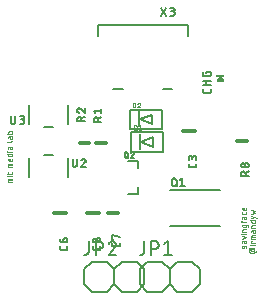
<source format=gto>
G04 EAGLE Gerber RS-274X export*
G75*
%MOMM*%
%FSLAX34Y34*%
%LPD*%
%INTop Silkscreen*%
%IPPOS*%
%AMOC8*
5,1,8,0,0,1.08239X$1,22.5*%
G01*
%ADD10C,0.050800*%
%ADD11C,0.304800*%
%ADD12C,0.152400*%
%ADD13C,0.127000*%
%ADD14C,0.203200*%
%ADD15R,0.200000X1.400000*%
%ADD16C,0.025400*%
%ADD17R,0.762000X0.127000*%

G36*
X195359Y264416D02*
X195359Y264416D01*
X195389Y264413D01*
X195480Y264435D01*
X195573Y264451D01*
X195599Y264464D01*
X195628Y264471D01*
X195707Y264522D01*
X195790Y264566D01*
X195811Y264587D01*
X195836Y264603D01*
X195895Y264676D01*
X195960Y264744D01*
X195972Y264771D01*
X195991Y264794D01*
X196024Y264882D01*
X196063Y264967D01*
X196066Y264997D01*
X196077Y265024D01*
X196080Y265118D01*
X196090Y265211D01*
X196084Y265241D01*
X196085Y265270D01*
X196058Y265360D01*
X196038Y265452D01*
X196023Y265477D01*
X196014Y265506D01*
X195924Y265648D01*
X193384Y268823D01*
X193307Y268892D01*
X193234Y268965D01*
X193217Y268974D01*
X193202Y268987D01*
X193106Y269029D01*
X193014Y269075D01*
X192994Y269077D01*
X192976Y269085D01*
X192873Y269094D01*
X192770Y269108D01*
X192751Y269104D01*
X192731Y269106D01*
X192630Y269081D01*
X192528Y269062D01*
X192511Y269052D01*
X192492Y269048D01*
X192405Y268992D01*
X192314Y268941D01*
X192297Y268924D01*
X192284Y268916D01*
X192264Y268891D01*
X192196Y268823D01*
X189656Y265648D01*
X189641Y265622D01*
X189621Y265600D01*
X189581Y265515D01*
X189535Y265433D01*
X189529Y265404D01*
X189517Y265377D01*
X189507Y265284D01*
X189489Y265192D01*
X189493Y265162D01*
X189490Y265133D01*
X189510Y265041D01*
X189523Y264948D01*
X189536Y264921D01*
X189542Y264892D01*
X189590Y264812D01*
X189632Y264728D01*
X189653Y264707D01*
X189668Y264681D01*
X189740Y264620D01*
X189806Y264554D01*
X189832Y264541D01*
X189855Y264521D01*
X189942Y264486D01*
X190026Y264444D01*
X190056Y264440D01*
X190083Y264429D01*
X190250Y264411D01*
X195330Y264411D01*
X195359Y264416D01*
G37*
D10*
X213106Y125222D02*
X212598Y123952D01*
X212599Y123952D02*
X212578Y123906D01*
X212554Y123861D01*
X212526Y123819D01*
X212496Y123778D01*
X212462Y123740D01*
X212425Y123705D01*
X212386Y123673D01*
X212345Y123643D01*
X212301Y123618D01*
X212255Y123595D01*
X212208Y123576D01*
X212160Y123561D01*
X212110Y123550D01*
X212060Y123542D01*
X212009Y123538D01*
X211959Y123539D01*
X211908Y123543D01*
X211858Y123551D01*
X211808Y123563D01*
X211760Y123578D01*
X211713Y123598D01*
X211668Y123621D01*
X211624Y123647D01*
X211583Y123676D01*
X211544Y123709D01*
X211508Y123745D01*
X211474Y123783D01*
X211444Y123824D01*
X211417Y123866D01*
X211393Y123911D01*
X211373Y123958D01*
X211356Y124006D01*
X211343Y124055D01*
X211334Y124105D01*
X211329Y124156D01*
X211328Y124206D01*
X211332Y124313D01*
X211339Y124420D01*
X211351Y124527D01*
X211366Y124633D01*
X211386Y124738D01*
X211409Y124843D01*
X211436Y124946D01*
X211467Y125049D01*
X211502Y125150D01*
X211540Y125250D01*
X211582Y125349D01*
X213105Y125222D02*
X213126Y125268D01*
X213150Y125313D01*
X213178Y125355D01*
X213208Y125396D01*
X213242Y125434D01*
X213279Y125469D01*
X213318Y125501D01*
X213359Y125531D01*
X213403Y125556D01*
X213449Y125579D01*
X213496Y125598D01*
X213544Y125613D01*
X213594Y125624D01*
X213644Y125632D01*
X213695Y125636D01*
X213745Y125635D01*
X213796Y125631D01*
X213846Y125623D01*
X213896Y125611D01*
X213944Y125596D01*
X213991Y125576D01*
X214036Y125553D01*
X214080Y125527D01*
X214121Y125498D01*
X214160Y125465D01*
X214196Y125429D01*
X214230Y125391D01*
X214260Y125350D01*
X214287Y125308D01*
X214311Y125263D01*
X214331Y125216D01*
X214348Y125168D01*
X214361Y125119D01*
X214370Y125069D01*
X214375Y125018D01*
X214376Y124968D01*
X214377Y124968D02*
X214373Y124839D01*
X214365Y124709D01*
X214353Y124580D01*
X214338Y124451D01*
X214319Y124323D01*
X214295Y124196D01*
X214268Y124069D01*
X214238Y123943D01*
X214203Y123818D01*
X214165Y123694D01*
X214123Y123571D01*
X212598Y128396D02*
X212598Y129539D01*
X212598Y128396D02*
X212600Y128338D01*
X212606Y128280D01*
X212615Y128223D01*
X212628Y128166D01*
X212645Y128110D01*
X212666Y128056D01*
X212690Y128003D01*
X212717Y127952D01*
X212748Y127902D01*
X212782Y127855D01*
X212819Y127810D01*
X212858Y127767D01*
X212901Y127728D01*
X212946Y127691D01*
X212993Y127657D01*
X213043Y127626D01*
X213094Y127599D01*
X213147Y127575D01*
X213201Y127554D01*
X213257Y127537D01*
X213314Y127524D01*
X213371Y127515D01*
X213429Y127509D01*
X213487Y127507D01*
X213545Y127509D01*
X213603Y127515D01*
X213660Y127524D01*
X213717Y127537D01*
X213773Y127554D01*
X213827Y127575D01*
X213880Y127599D01*
X213932Y127626D01*
X213981Y127657D01*
X214028Y127691D01*
X214073Y127728D01*
X214116Y127767D01*
X214155Y127810D01*
X214192Y127855D01*
X214226Y127902D01*
X214257Y127952D01*
X214284Y128003D01*
X214308Y128056D01*
X214329Y128110D01*
X214346Y128166D01*
X214359Y128223D01*
X214368Y128280D01*
X214374Y128338D01*
X214376Y128396D01*
X214376Y129539D01*
X212090Y129539D01*
X212036Y129537D01*
X211982Y129531D01*
X211928Y129522D01*
X211875Y129508D01*
X211824Y129491D01*
X211773Y129470D01*
X211725Y129446D01*
X211678Y129418D01*
X211633Y129387D01*
X211591Y129353D01*
X211551Y129316D01*
X211514Y129276D01*
X211480Y129234D01*
X211449Y129189D01*
X211421Y129142D01*
X211397Y129094D01*
X211376Y129043D01*
X211359Y128992D01*
X211345Y128939D01*
X211336Y128885D01*
X211330Y128831D01*
X211328Y128777D01*
X211328Y127761D01*
X211328Y131496D02*
X214376Y132512D01*
X211328Y133528D01*
X211328Y135255D02*
X214376Y135255D01*
X210058Y135128D02*
X209804Y135128D01*
X209804Y135382D01*
X210058Y135382D01*
X210058Y135128D01*
X211328Y137287D02*
X214376Y137287D01*
X211328Y137287D02*
X211328Y138557D01*
X211330Y138611D01*
X211336Y138665D01*
X211345Y138719D01*
X211359Y138772D01*
X211376Y138823D01*
X211397Y138874D01*
X211421Y138922D01*
X211449Y138969D01*
X211480Y139014D01*
X211514Y139056D01*
X211551Y139096D01*
X211591Y139133D01*
X211633Y139167D01*
X211678Y139198D01*
X211725Y139226D01*
X211773Y139250D01*
X211824Y139271D01*
X211875Y139288D01*
X211928Y139302D01*
X211982Y139311D01*
X212036Y139317D01*
X212090Y139319D01*
X214376Y139319D01*
X214376Y142137D02*
X214376Y143407D01*
X214376Y142137D02*
X214374Y142083D01*
X214368Y142029D01*
X214359Y141975D01*
X214345Y141922D01*
X214328Y141871D01*
X214307Y141820D01*
X214283Y141772D01*
X214255Y141725D01*
X214224Y141680D01*
X214190Y141638D01*
X214153Y141598D01*
X214113Y141561D01*
X214071Y141527D01*
X214026Y141496D01*
X213979Y141468D01*
X213931Y141444D01*
X213880Y141423D01*
X213829Y141406D01*
X213776Y141392D01*
X213722Y141383D01*
X213668Y141377D01*
X213614Y141375D01*
X212090Y141375D01*
X212036Y141377D01*
X211982Y141383D01*
X211928Y141392D01*
X211875Y141406D01*
X211824Y141423D01*
X211773Y141444D01*
X211725Y141468D01*
X211678Y141496D01*
X211633Y141527D01*
X211591Y141561D01*
X211551Y141598D01*
X211514Y141638D01*
X211480Y141680D01*
X211449Y141725D01*
X211421Y141772D01*
X211397Y141820D01*
X211376Y141871D01*
X211359Y141922D01*
X211345Y141975D01*
X211336Y142029D01*
X211330Y142083D01*
X211328Y142137D01*
X211328Y143407D01*
X215138Y143407D01*
X215192Y143405D01*
X215246Y143399D01*
X215300Y143390D01*
X215353Y143376D01*
X215404Y143359D01*
X215455Y143338D01*
X215503Y143314D01*
X215550Y143286D01*
X215595Y143255D01*
X215637Y143221D01*
X215677Y143184D01*
X215714Y143144D01*
X215748Y143102D01*
X215779Y143057D01*
X215807Y143010D01*
X215831Y142962D01*
X215852Y142911D01*
X215869Y142860D01*
X215883Y142807D01*
X215892Y142753D01*
X215898Y142699D01*
X215900Y142645D01*
X215900Y141629D01*
X214376Y145760D02*
X210566Y145760D01*
X210512Y145762D01*
X210458Y145768D01*
X210404Y145777D01*
X210351Y145791D01*
X210300Y145808D01*
X210249Y145829D01*
X210201Y145853D01*
X210154Y145881D01*
X210109Y145912D01*
X210067Y145946D01*
X210027Y145983D01*
X209990Y146023D01*
X209956Y146065D01*
X209925Y146110D01*
X209897Y146157D01*
X209873Y146205D01*
X209852Y146256D01*
X209835Y146307D01*
X209821Y146360D01*
X209812Y146414D01*
X209806Y146468D01*
X209804Y146522D01*
X209804Y146776D01*
X211328Y146776D02*
X211328Y145252D01*
X212598Y148970D02*
X212598Y150113D01*
X212598Y148970D02*
X212600Y148912D01*
X212606Y148854D01*
X212615Y148797D01*
X212628Y148740D01*
X212645Y148684D01*
X212666Y148630D01*
X212690Y148577D01*
X212717Y148526D01*
X212748Y148476D01*
X212782Y148429D01*
X212819Y148384D01*
X212858Y148341D01*
X212901Y148302D01*
X212946Y148265D01*
X212993Y148231D01*
X213043Y148200D01*
X213094Y148173D01*
X213147Y148149D01*
X213201Y148128D01*
X213257Y148111D01*
X213314Y148098D01*
X213371Y148089D01*
X213429Y148083D01*
X213487Y148081D01*
X213545Y148083D01*
X213603Y148089D01*
X213660Y148098D01*
X213717Y148111D01*
X213773Y148128D01*
X213827Y148149D01*
X213880Y148173D01*
X213932Y148200D01*
X213981Y148231D01*
X214028Y148265D01*
X214073Y148302D01*
X214116Y148341D01*
X214155Y148384D01*
X214192Y148429D01*
X214226Y148476D01*
X214257Y148526D01*
X214284Y148577D01*
X214308Y148630D01*
X214329Y148684D01*
X214346Y148740D01*
X214359Y148797D01*
X214368Y148854D01*
X214374Y148912D01*
X214376Y148970D01*
X214376Y150113D01*
X212090Y150113D01*
X212036Y150111D01*
X211982Y150105D01*
X211928Y150096D01*
X211875Y150082D01*
X211824Y150065D01*
X211773Y150044D01*
X211725Y150020D01*
X211678Y149992D01*
X211633Y149961D01*
X211591Y149927D01*
X211551Y149890D01*
X211514Y149850D01*
X211480Y149808D01*
X211449Y149763D01*
X211421Y149716D01*
X211397Y149668D01*
X211376Y149617D01*
X211359Y149566D01*
X211345Y149513D01*
X211336Y149459D01*
X211330Y149405D01*
X211328Y149351D01*
X211328Y148335D01*
X214376Y152990D02*
X214376Y154006D01*
X214376Y152990D02*
X214374Y152936D01*
X214368Y152882D01*
X214359Y152828D01*
X214345Y152775D01*
X214328Y152724D01*
X214307Y152673D01*
X214283Y152625D01*
X214255Y152578D01*
X214224Y152533D01*
X214190Y152491D01*
X214153Y152451D01*
X214113Y152414D01*
X214071Y152380D01*
X214026Y152349D01*
X213979Y152321D01*
X213931Y152297D01*
X213880Y152276D01*
X213829Y152259D01*
X213776Y152245D01*
X213722Y152236D01*
X213668Y152230D01*
X213614Y152228D01*
X212090Y152228D01*
X212036Y152230D01*
X211982Y152236D01*
X211928Y152245D01*
X211875Y152259D01*
X211824Y152276D01*
X211773Y152297D01*
X211725Y152321D01*
X211678Y152349D01*
X211633Y152380D01*
X211591Y152414D01*
X211551Y152451D01*
X211514Y152491D01*
X211480Y152533D01*
X211449Y152578D01*
X211421Y152625D01*
X211397Y152673D01*
X211376Y152724D01*
X211359Y152775D01*
X211345Y152828D01*
X211336Y152882D01*
X211330Y152936D01*
X211328Y152990D01*
X211328Y154006D01*
X214376Y156489D02*
X214376Y157759D01*
X214376Y156489D02*
X214374Y156435D01*
X214368Y156381D01*
X214359Y156327D01*
X214345Y156274D01*
X214328Y156223D01*
X214307Y156172D01*
X214283Y156124D01*
X214255Y156077D01*
X214224Y156032D01*
X214190Y155990D01*
X214153Y155950D01*
X214113Y155913D01*
X214071Y155879D01*
X214026Y155848D01*
X213979Y155820D01*
X213931Y155796D01*
X213880Y155775D01*
X213829Y155758D01*
X213776Y155744D01*
X213722Y155735D01*
X213668Y155729D01*
X213614Y155727D01*
X212344Y155727D01*
X212281Y155729D01*
X212219Y155735D01*
X212157Y155744D01*
X212096Y155758D01*
X212036Y155775D01*
X211977Y155796D01*
X211919Y155820D01*
X211863Y155848D01*
X211809Y155879D01*
X211757Y155914D01*
X211707Y155951D01*
X211660Y155992D01*
X211615Y156036D01*
X211572Y156082D01*
X211533Y156131D01*
X211497Y156182D01*
X211464Y156235D01*
X211435Y156290D01*
X211408Y156347D01*
X211386Y156405D01*
X211367Y156465D01*
X211352Y156526D01*
X211340Y156587D01*
X211332Y156649D01*
X211328Y156712D01*
X211328Y156774D01*
X211332Y156837D01*
X211340Y156899D01*
X211352Y156960D01*
X211367Y157021D01*
X211386Y157081D01*
X211408Y157139D01*
X211435Y157196D01*
X211464Y157251D01*
X211497Y157304D01*
X211533Y157355D01*
X211572Y157404D01*
X211615Y157450D01*
X211660Y157494D01*
X211707Y157535D01*
X211757Y157572D01*
X211809Y157607D01*
X211863Y157638D01*
X211919Y157666D01*
X211977Y157690D01*
X212036Y157711D01*
X212096Y157728D01*
X212157Y157742D01*
X212219Y157751D01*
X212281Y157757D01*
X212344Y157759D01*
X212852Y157759D01*
X212852Y155727D01*
X16256Y179324D02*
X13208Y179324D01*
X13208Y181610D01*
X13210Y181664D01*
X13216Y181718D01*
X13225Y181772D01*
X13239Y181825D01*
X13256Y181876D01*
X13277Y181927D01*
X13301Y181975D01*
X13329Y182022D01*
X13360Y182067D01*
X13394Y182109D01*
X13431Y182149D01*
X13471Y182186D01*
X13513Y182220D01*
X13558Y182251D01*
X13605Y182279D01*
X13653Y182303D01*
X13704Y182324D01*
X13755Y182341D01*
X13808Y182355D01*
X13862Y182364D01*
X13916Y182370D01*
X13970Y182372D01*
X16256Y182372D01*
X16256Y180848D02*
X13208Y180848D01*
X13208Y184506D02*
X16256Y184506D01*
X11938Y184379D02*
X11684Y184379D01*
X11684Y184633D01*
X11938Y184633D01*
X11938Y184379D01*
X13208Y185988D02*
X13208Y187512D01*
X11684Y186496D02*
X15494Y186496D01*
X15548Y186498D01*
X15602Y186504D01*
X15656Y186513D01*
X15709Y186527D01*
X15760Y186544D01*
X15811Y186565D01*
X15859Y186589D01*
X15906Y186617D01*
X15951Y186648D01*
X15993Y186682D01*
X16033Y186719D01*
X16070Y186759D01*
X16104Y186801D01*
X16135Y186846D01*
X16163Y186893D01*
X16187Y186941D01*
X16208Y186992D01*
X16225Y187043D01*
X16239Y187096D01*
X16248Y187150D01*
X16254Y187204D01*
X16256Y187258D01*
X16256Y187512D01*
X16256Y191973D02*
X13208Y191973D01*
X13208Y194259D01*
X13210Y194313D01*
X13216Y194367D01*
X13225Y194421D01*
X13239Y194474D01*
X13256Y194525D01*
X13277Y194576D01*
X13301Y194624D01*
X13329Y194671D01*
X13360Y194716D01*
X13394Y194758D01*
X13431Y194798D01*
X13471Y194835D01*
X13513Y194869D01*
X13558Y194900D01*
X13605Y194928D01*
X13653Y194952D01*
X13704Y194973D01*
X13755Y194990D01*
X13808Y195004D01*
X13862Y195013D01*
X13916Y195019D01*
X13970Y195021D01*
X16256Y195021D01*
X16256Y193497D02*
X13208Y193497D01*
X16256Y197967D02*
X16256Y199237D01*
X16256Y197967D02*
X16254Y197913D01*
X16248Y197859D01*
X16239Y197805D01*
X16225Y197752D01*
X16208Y197701D01*
X16187Y197650D01*
X16163Y197602D01*
X16135Y197555D01*
X16104Y197510D01*
X16070Y197468D01*
X16033Y197428D01*
X15993Y197391D01*
X15951Y197357D01*
X15906Y197326D01*
X15859Y197298D01*
X15811Y197274D01*
X15760Y197253D01*
X15709Y197236D01*
X15656Y197222D01*
X15602Y197213D01*
X15548Y197207D01*
X15494Y197205D01*
X14224Y197205D01*
X14161Y197207D01*
X14099Y197213D01*
X14037Y197222D01*
X13976Y197236D01*
X13916Y197253D01*
X13857Y197274D01*
X13799Y197298D01*
X13743Y197326D01*
X13689Y197357D01*
X13637Y197392D01*
X13587Y197429D01*
X13540Y197470D01*
X13495Y197514D01*
X13452Y197560D01*
X13413Y197609D01*
X13377Y197660D01*
X13344Y197713D01*
X13315Y197768D01*
X13288Y197825D01*
X13266Y197883D01*
X13247Y197943D01*
X13232Y198004D01*
X13220Y198065D01*
X13212Y198127D01*
X13208Y198190D01*
X13208Y198252D01*
X13212Y198315D01*
X13220Y198377D01*
X13232Y198438D01*
X13247Y198499D01*
X13266Y198559D01*
X13288Y198617D01*
X13315Y198674D01*
X13344Y198729D01*
X13377Y198782D01*
X13413Y198833D01*
X13452Y198882D01*
X13495Y198928D01*
X13540Y198972D01*
X13587Y199013D01*
X13637Y199050D01*
X13689Y199085D01*
X13743Y199116D01*
X13799Y199144D01*
X13857Y199168D01*
X13916Y199189D01*
X13976Y199206D01*
X14037Y199220D01*
X14099Y199229D01*
X14161Y199235D01*
X14224Y199237D01*
X14732Y199237D01*
X14732Y197205D01*
X16256Y203173D02*
X11684Y203173D01*
X16256Y203173D02*
X16256Y201903D01*
X16254Y201849D01*
X16248Y201795D01*
X16239Y201741D01*
X16225Y201688D01*
X16208Y201637D01*
X16187Y201586D01*
X16163Y201538D01*
X16135Y201491D01*
X16104Y201446D01*
X16070Y201404D01*
X16033Y201364D01*
X15993Y201327D01*
X15951Y201293D01*
X15906Y201262D01*
X15859Y201234D01*
X15811Y201210D01*
X15760Y201189D01*
X15709Y201172D01*
X15656Y201158D01*
X15602Y201149D01*
X15548Y201143D01*
X15494Y201141D01*
X13970Y201141D01*
X13916Y201143D01*
X13862Y201149D01*
X13808Y201158D01*
X13755Y201172D01*
X13704Y201189D01*
X13653Y201210D01*
X13605Y201234D01*
X13558Y201262D01*
X13513Y201293D01*
X13471Y201327D01*
X13431Y201364D01*
X13394Y201404D01*
X13360Y201446D01*
X13329Y201491D01*
X13301Y201538D01*
X13277Y201586D01*
X13256Y201637D01*
X13239Y201688D01*
X13225Y201741D01*
X13216Y201795D01*
X13210Y201849D01*
X13208Y201903D01*
X13208Y203173D01*
X13208Y205232D02*
X16256Y205232D01*
X11938Y205105D02*
X11684Y205105D01*
X11684Y205359D01*
X11938Y205359D01*
X11938Y205105D01*
X14478Y207974D02*
X14478Y209117D01*
X14478Y207974D02*
X14480Y207916D01*
X14486Y207858D01*
X14495Y207801D01*
X14508Y207744D01*
X14525Y207688D01*
X14546Y207634D01*
X14570Y207581D01*
X14597Y207530D01*
X14628Y207480D01*
X14662Y207433D01*
X14699Y207388D01*
X14738Y207345D01*
X14781Y207306D01*
X14826Y207269D01*
X14873Y207235D01*
X14923Y207204D01*
X14974Y207177D01*
X15027Y207153D01*
X15081Y207132D01*
X15137Y207115D01*
X15194Y207102D01*
X15251Y207093D01*
X15309Y207087D01*
X15367Y207085D01*
X15425Y207087D01*
X15483Y207093D01*
X15540Y207102D01*
X15597Y207115D01*
X15653Y207132D01*
X15707Y207153D01*
X15760Y207177D01*
X15812Y207204D01*
X15861Y207235D01*
X15908Y207269D01*
X15953Y207306D01*
X15996Y207345D01*
X16035Y207388D01*
X16072Y207433D01*
X16106Y207480D01*
X16137Y207530D01*
X16164Y207581D01*
X16188Y207634D01*
X16209Y207688D01*
X16226Y207744D01*
X16239Y207801D01*
X16248Y207858D01*
X16254Y207916D01*
X16256Y207974D01*
X16256Y209117D01*
X13970Y209117D01*
X13916Y209115D01*
X13862Y209109D01*
X13808Y209100D01*
X13755Y209086D01*
X13704Y209069D01*
X13653Y209048D01*
X13605Y209024D01*
X13558Y208996D01*
X13513Y208965D01*
X13471Y208931D01*
X13431Y208894D01*
X13394Y208854D01*
X13360Y208812D01*
X13329Y208767D01*
X13301Y208720D01*
X13277Y208672D01*
X13256Y208621D01*
X13239Y208570D01*
X13225Y208517D01*
X13216Y208463D01*
X13210Y208409D01*
X13208Y208355D01*
X13208Y207339D01*
X11684Y213713D02*
X15494Y213713D01*
X15548Y213715D01*
X15602Y213721D01*
X15656Y213730D01*
X15709Y213744D01*
X15760Y213761D01*
X15811Y213782D01*
X15859Y213806D01*
X15906Y213834D01*
X15951Y213865D01*
X15993Y213899D01*
X16033Y213936D01*
X16070Y213976D01*
X16104Y214018D01*
X16135Y214063D01*
X16163Y214110D01*
X16187Y214158D01*
X16208Y214209D01*
X16225Y214260D01*
X16239Y214313D01*
X16248Y214367D01*
X16254Y214421D01*
X16256Y214475D01*
X14478Y216965D02*
X14478Y218108D01*
X14478Y216965D02*
X14480Y216907D01*
X14486Y216849D01*
X14495Y216792D01*
X14508Y216735D01*
X14525Y216679D01*
X14546Y216625D01*
X14570Y216572D01*
X14597Y216521D01*
X14628Y216471D01*
X14662Y216424D01*
X14699Y216379D01*
X14738Y216336D01*
X14781Y216297D01*
X14826Y216260D01*
X14873Y216226D01*
X14923Y216195D01*
X14974Y216168D01*
X15027Y216144D01*
X15081Y216123D01*
X15137Y216106D01*
X15194Y216093D01*
X15251Y216084D01*
X15309Y216078D01*
X15367Y216076D01*
X15425Y216078D01*
X15483Y216084D01*
X15540Y216093D01*
X15597Y216106D01*
X15653Y216123D01*
X15707Y216144D01*
X15760Y216168D01*
X15812Y216195D01*
X15861Y216226D01*
X15908Y216260D01*
X15953Y216297D01*
X15996Y216336D01*
X16035Y216379D01*
X16072Y216424D01*
X16106Y216471D01*
X16137Y216521D01*
X16164Y216572D01*
X16188Y216625D01*
X16209Y216679D01*
X16226Y216735D01*
X16239Y216792D01*
X16248Y216849D01*
X16254Y216907D01*
X16256Y216965D01*
X16256Y218108D01*
X13970Y218108D01*
X13916Y218106D01*
X13862Y218100D01*
X13808Y218091D01*
X13755Y218077D01*
X13704Y218060D01*
X13653Y218039D01*
X13605Y218015D01*
X13558Y217987D01*
X13513Y217956D01*
X13471Y217922D01*
X13431Y217885D01*
X13394Y217845D01*
X13360Y217803D01*
X13329Y217758D01*
X13301Y217711D01*
X13277Y217663D01*
X13256Y217612D01*
X13239Y217561D01*
X13225Y217508D01*
X13216Y217454D01*
X13210Y217400D01*
X13208Y217346D01*
X13208Y216330D01*
X11684Y220396D02*
X16256Y220396D01*
X16256Y221666D01*
X16254Y221720D01*
X16248Y221774D01*
X16239Y221828D01*
X16225Y221881D01*
X16208Y221932D01*
X16187Y221983D01*
X16163Y222031D01*
X16135Y222078D01*
X16104Y222123D01*
X16070Y222165D01*
X16033Y222205D01*
X15993Y222242D01*
X15951Y222276D01*
X15906Y222307D01*
X15859Y222335D01*
X15811Y222359D01*
X15760Y222380D01*
X15709Y222397D01*
X15656Y222411D01*
X15602Y222420D01*
X15548Y222426D01*
X15494Y222428D01*
X13970Y222428D01*
X13916Y222426D01*
X13862Y222420D01*
X13808Y222411D01*
X13755Y222397D01*
X13704Y222380D01*
X13653Y222359D01*
X13605Y222335D01*
X13558Y222307D01*
X13513Y222276D01*
X13471Y222242D01*
X13431Y222205D01*
X13394Y222165D01*
X13360Y222123D01*
X13329Y222078D01*
X13301Y222031D01*
X13277Y221983D01*
X13256Y221932D01*
X13239Y221881D01*
X13225Y221828D01*
X13216Y221774D01*
X13210Y221720D01*
X13208Y221666D01*
X13208Y220396D01*
X218186Y122428D02*
X218186Y121666D01*
X218188Y121612D01*
X218194Y121558D01*
X218203Y121504D01*
X218217Y121451D01*
X218234Y121400D01*
X218255Y121349D01*
X218279Y121301D01*
X218307Y121254D01*
X218338Y121209D01*
X218372Y121167D01*
X218409Y121127D01*
X218449Y121090D01*
X218491Y121056D01*
X218536Y121025D01*
X218583Y120997D01*
X218631Y120973D01*
X218682Y120952D01*
X218733Y120935D01*
X218786Y120921D01*
X218840Y120912D01*
X218894Y120906D01*
X218948Y120904D01*
X220472Y120904D01*
X220526Y120906D01*
X220580Y120912D01*
X220634Y120921D01*
X220687Y120935D01*
X220738Y120952D01*
X220789Y120973D01*
X220837Y120997D01*
X220884Y121025D01*
X220929Y121056D01*
X220971Y121090D01*
X221011Y121127D01*
X221048Y121167D01*
X221082Y121209D01*
X221113Y121254D01*
X221141Y121301D01*
X221165Y121349D01*
X221186Y121400D01*
X221203Y121451D01*
X221217Y121504D01*
X221226Y121558D01*
X221232Y121612D01*
X221234Y121666D01*
X221232Y121720D01*
X221226Y121774D01*
X221217Y121828D01*
X221203Y121881D01*
X221186Y121932D01*
X221165Y121983D01*
X221141Y122031D01*
X221113Y122078D01*
X221082Y122123D01*
X221048Y122165D01*
X221011Y122205D01*
X220971Y122242D01*
X220929Y122276D01*
X220884Y122307D01*
X220837Y122335D01*
X220789Y122359D01*
X220738Y122380D01*
X220687Y122397D01*
X220634Y122411D01*
X220580Y122420D01*
X220526Y122426D01*
X220472Y122428D01*
X220599Y122428D02*
X218186Y122428D01*
X220599Y122428D02*
X220648Y122430D01*
X220696Y122435D01*
X220744Y122445D01*
X220791Y122458D01*
X220836Y122474D01*
X220881Y122494D01*
X220923Y122517D01*
X220964Y122544D01*
X221003Y122573D01*
X221039Y122605D01*
X221073Y122641D01*
X221104Y122678D01*
X221132Y122718D01*
X221157Y122760D01*
X221178Y122803D01*
X221197Y122848D01*
X221211Y122895D01*
X221222Y122942D01*
X221230Y122990D01*
X221234Y123039D01*
X221234Y123087D01*
X221230Y123136D01*
X221222Y123184D01*
X221211Y123231D01*
X221197Y123278D01*
X221178Y123323D01*
X221157Y123366D01*
X221132Y123408D01*
X221104Y123448D01*
X221073Y123485D01*
X221039Y123521D01*
X221003Y123553D01*
X220964Y123582D01*
X220923Y123609D01*
X220881Y123632D01*
X220836Y123652D01*
X220791Y123668D01*
X220744Y123681D01*
X220696Y123691D01*
X220648Y123696D01*
X220599Y123698D01*
X218694Y123698D01*
X218605Y123696D01*
X218517Y123690D01*
X218429Y123681D01*
X218341Y123667D01*
X218254Y123650D01*
X218168Y123629D01*
X218083Y123604D01*
X217999Y123575D01*
X217916Y123543D01*
X217835Y123508D01*
X217756Y123468D01*
X217678Y123426D01*
X217602Y123380D01*
X217528Y123331D01*
X217457Y123278D01*
X217388Y123223D01*
X217321Y123164D01*
X217257Y123103D01*
X217196Y123039D01*
X217137Y122972D01*
X217082Y122903D01*
X217029Y122832D01*
X216980Y122758D01*
X216934Y122682D01*
X216892Y122604D01*
X216852Y122525D01*
X216817Y122444D01*
X216785Y122361D01*
X216756Y122277D01*
X216731Y122192D01*
X216710Y122106D01*
X216693Y122019D01*
X216679Y121931D01*
X216670Y121843D01*
X216664Y121755D01*
X216662Y121666D01*
X216664Y121577D01*
X216670Y121489D01*
X216679Y121401D01*
X216693Y121313D01*
X216710Y121226D01*
X216731Y121140D01*
X216756Y121055D01*
X216785Y120971D01*
X216817Y120888D01*
X216852Y120807D01*
X216892Y120728D01*
X216934Y120650D01*
X216980Y120574D01*
X217029Y120500D01*
X217082Y120429D01*
X217137Y120360D01*
X217196Y120293D01*
X217257Y120229D01*
X217321Y120168D01*
X217388Y120109D01*
X217457Y120054D01*
X217528Y120001D01*
X217602Y119952D01*
X217678Y119906D01*
X217756Y119864D01*
X217835Y119824D01*
X217916Y119789D01*
X217999Y119757D01*
X218083Y119728D01*
X218168Y119703D01*
X218254Y119682D01*
X218341Y119665D01*
X218429Y119651D01*
X218517Y119642D01*
X218605Y119636D01*
X218694Y119634D01*
X220853Y119634D01*
X220940Y119636D01*
X221027Y119642D01*
X221113Y119652D01*
X221199Y119666D01*
X221284Y119683D01*
X221368Y119705D01*
X221451Y119730D01*
X221533Y119759D01*
X221614Y119792D01*
X221693Y119828D01*
X221770Y119868D01*
X221845Y119912D01*
X221918Y119959D01*
X221989Y120009D01*
X222058Y120062D01*
X222124Y120118D01*
X222188Y120178D01*
X222248Y120240D01*
X222306Y120305D01*
X222361Y120372D01*
X222413Y120442D01*
X222461Y120514D01*
X222507Y120588D01*
X222548Y120664D01*
X222587Y120743D01*
X222621Y120822D01*
X222652Y120903D01*
X222680Y120986D01*
X222703Y121070D01*
X222723Y121154D01*
X222739Y121240D01*
X222751Y121326D01*
X222758Y121412D01*
X221996Y125933D02*
X218948Y125933D01*
X217678Y125806D02*
X217424Y125806D01*
X217424Y126060D01*
X217678Y126060D01*
X217678Y125806D01*
X218948Y127995D02*
X221996Y127995D01*
X218948Y127995D02*
X218948Y129519D01*
X219456Y129519D01*
X218948Y131267D02*
X221996Y131267D01*
X218948Y131267D02*
X218948Y133553D01*
X218950Y133607D01*
X218956Y133661D01*
X218965Y133715D01*
X218979Y133768D01*
X218996Y133819D01*
X219017Y133870D01*
X219041Y133918D01*
X219069Y133965D01*
X219100Y134010D01*
X219134Y134052D01*
X219171Y134092D01*
X219211Y134129D01*
X219253Y134163D01*
X219298Y134194D01*
X219345Y134222D01*
X219393Y134246D01*
X219444Y134267D01*
X219495Y134284D01*
X219548Y134298D01*
X219602Y134307D01*
X219656Y134313D01*
X219710Y134315D01*
X221996Y134315D01*
X221996Y132791D02*
X218948Y132791D01*
X220218Y137362D02*
X220218Y138505D01*
X220218Y137362D02*
X220220Y137304D01*
X220226Y137246D01*
X220235Y137189D01*
X220248Y137132D01*
X220265Y137076D01*
X220286Y137022D01*
X220310Y136969D01*
X220337Y136918D01*
X220368Y136868D01*
X220402Y136821D01*
X220439Y136776D01*
X220478Y136733D01*
X220521Y136694D01*
X220566Y136657D01*
X220613Y136623D01*
X220663Y136592D01*
X220714Y136565D01*
X220767Y136541D01*
X220821Y136520D01*
X220877Y136503D01*
X220934Y136490D01*
X220991Y136481D01*
X221049Y136475D01*
X221107Y136473D01*
X221165Y136475D01*
X221223Y136481D01*
X221280Y136490D01*
X221337Y136503D01*
X221393Y136520D01*
X221447Y136541D01*
X221500Y136565D01*
X221552Y136592D01*
X221601Y136623D01*
X221648Y136657D01*
X221693Y136694D01*
X221736Y136733D01*
X221775Y136776D01*
X221812Y136821D01*
X221846Y136868D01*
X221877Y136918D01*
X221904Y136969D01*
X221928Y137022D01*
X221949Y137076D01*
X221966Y137132D01*
X221979Y137189D01*
X221988Y137246D01*
X221994Y137304D01*
X221996Y137362D01*
X221996Y138505D01*
X219710Y138505D01*
X219656Y138503D01*
X219602Y138497D01*
X219548Y138488D01*
X219495Y138474D01*
X219444Y138457D01*
X219393Y138436D01*
X219345Y138412D01*
X219298Y138384D01*
X219253Y138353D01*
X219211Y138319D01*
X219171Y138282D01*
X219134Y138242D01*
X219100Y138200D01*
X219069Y138155D01*
X219041Y138108D01*
X219017Y138060D01*
X218996Y138009D01*
X218979Y137958D01*
X218965Y137905D01*
X218956Y137851D01*
X218950Y137797D01*
X218948Y137743D01*
X218948Y136727D01*
X218948Y140767D02*
X221996Y140767D01*
X218948Y140767D02*
X218948Y142037D01*
X218950Y142091D01*
X218956Y142145D01*
X218965Y142199D01*
X218979Y142252D01*
X218996Y142303D01*
X219017Y142354D01*
X219041Y142402D01*
X219069Y142449D01*
X219100Y142494D01*
X219134Y142536D01*
X219171Y142576D01*
X219211Y142613D01*
X219253Y142647D01*
X219298Y142678D01*
X219345Y142706D01*
X219393Y142730D01*
X219444Y142751D01*
X219495Y142768D01*
X219548Y142782D01*
X219602Y142791D01*
X219656Y142797D01*
X219710Y142799D01*
X221996Y142799D01*
X221996Y146887D02*
X217424Y146887D01*
X221996Y146887D02*
X221996Y145617D01*
X221994Y145563D01*
X221988Y145509D01*
X221979Y145455D01*
X221965Y145402D01*
X221948Y145351D01*
X221927Y145300D01*
X221903Y145252D01*
X221875Y145205D01*
X221844Y145160D01*
X221810Y145118D01*
X221773Y145078D01*
X221733Y145041D01*
X221691Y145007D01*
X221646Y144976D01*
X221599Y144948D01*
X221551Y144924D01*
X221500Y144903D01*
X221449Y144886D01*
X221396Y144872D01*
X221342Y144863D01*
X221288Y144857D01*
X221234Y144855D01*
X219710Y144855D01*
X219656Y144857D01*
X219602Y144863D01*
X219548Y144872D01*
X219495Y144886D01*
X219444Y144903D01*
X219393Y144924D01*
X219345Y144948D01*
X219298Y144976D01*
X219253Y145007D01*
X219211Y145041D01*
X219171Y145078D01*
X219134Y145118D01*
X219100Y145160D01*
X219069Y145205D01*
X219041Y145252D01*
X219017Y145300D01*
X218996Y145351D01*
X218979Y145402D01*
X218965Y145455D01*
X218956Y145509D01*
X218950Y145563D01*
X218948Y145617D01*
X218948Y146887D01*
X223520Y148844D02*
X223520Y149352D01*
X218948Y150876D01*
X218948Y148844D02*
X221996Y149860D01*
X221996Y153365D02*
X218948Y152603D01*
X219964Y154127D02*
X221996Y153365D01*
X221996Y154889D02*
X219964Y154127D01*
X218948Y155651D02*
X221996Y154889D01*
D11*
X62230Y153010D02*
X52070Y153010D01*
D12*
X63246Y125063D02*
X63246Y123595D01*
X63244Y123521D01*
X63238Y123446D01*
X63229Y123373D01*
X63216Y123299D01*
X63199Y123227D01*
X63179Y123156D01*
X63155Y123085D01*
X63127Y123016D01*
X63096Y122949D01*
X63062Y122883D01*
X63024Y122818D01*
X62983Y122756D01*
X62939Y122696D01*
X62892Y122639D01*
X62842Y122584D01*
X62789Y122531D01*
X62734Y122481D01*
X62677Y122434D01*
X62617Y122390D01*
X62555Y122349D01*
X62490Y122311D01*
X62425Y122277D01*
X62357Y122246D01*
X62288Y122218D01*
X62217Y122194D01*
X62146Y122174D01*
X62074Y122157D01*
X62000Y122144D01*
X61927Y122135D01*
X61852Y122129D01*
X61778Y122127D01*
X61778Y122128D02*
X58110Y122128D01*
X58110Y122127D02*
X58036Y122129D01*
X57961Y122135D01*
X57888Y122144D01*
X57814Y122157D01*
X57742Y122174D01*
X57671Y122194D01*
X57600Y122218D01*
X57531Y122246D01*
X57464Y122277D01*
X57398Y122311D01*
X57333Y122349D01*
X57271Y122390D01*
X57211Y122434D01*
X57154Y122481D01*
X57099Y122531D01*
X57046Y122584D01*
X56996Y122639D01*
X56949Y122696D01*
X56905Y122756D01*
X56864Y122818D01*
X56826Y122883D01*
X56792Y122948D01*
X56761Y123016D01*
X56733Y123085D01*
X56709Y123156D01*
X56689Y123227D01*
X56672Y123299D01*
X56659Y123373D01*
X56650Y123446D01*
X56644Y123521D01*
X56642Y123595D01*
X56642Y125063D01*
X59577Y128259D02*
X59577Y130460D01*
X59579Y130534D01*
X59585Y130609D01*
X59594Y130682D01*
X59607Y130756D01*
X59624Y130828D01*
X59644Y130899D01*
X59668Y130970D01*
X59696Y131039D01*
X59727Y131106D01*
X59761Y131172D01*
X59799Y131237D01*
X59840Y131299D01*
X59884Y131359D01*
X59931Y131416D01*
X59981Y131471D01*
X60034Y131524D01*
X60089Y131574D01*
X60146Y131621D01*
X60206Y131665D01*
X60268Y131706D01*
X60333Y131744D01*
X60399Y131778D01*
X60466Y131809D01*
X60535Y131837D01*
X60606Y131861D01*
X60677Y131881D01*
X60749Y131898D01*
X60823Y131911D01*
X60896Y131920D01*
X60971Y131926D01*
X61045Y131928D01*
X61412Y131928D01*
X61497Y131926D01*
X61581Y131920D01*
X61665Y131910D01*
X61749Y131897D01*
X61832Y131879D01*
X61914Y131858D01*
X61995Y131833D01*
X62075Y131804D01*
X62153Y131772D01*
X62229Y131736D01*
X62304Y131696D01*
X62377Y131653D01*
X62448Y131607D01*
X62517Y131558D01*
X62584Y131505D01*
X62648Y131449D01*
X62709Y131391D01*
X62767Y131330D01*
X62823Y131266D01*
X62876Y131199D01*
X62925Y131130D01*
X62971Y131059D01*
X63014Y130986D01*
X63054Y130911D01*
X63090Y130835D01*
X63122Y130757D01*
X63151Y130677D01*
X63176Y130596D01*
X63197Y130514D01*
X63215Y130431D01*
X63228Y130347D01*
X63238Y130263D01*
X63244Y130179D01*
X63246Y130094D01*
X63244Y130009D01*
X63238Y129925D01*
X63228Y129841D01*
X63215Y129757D01*
X63197Y129674D01*
X63176Y129592D01*
X63151Y129511D01*
X63122Y129431D01*
X63090Y129353D01*
X63054Y129277D01*
X63014Y129202D01*
X62971Y129129D01*
X62925Y129058D01*
X62876Y128989D01*
X62823Y128922D01*
X62767Y128858D01*
X62709Y128797D01*
X62648Y128739D01*
X62584Y128683D01*
X62517Y128630D01*
X62448Y128581D01*
X62377Y128535D01*
X62304Y128492D01*
X62229Y128452D01*
X62153Y128416D01*
X62075Y128384D01*
X61995Y128355D01*
X61914Y128330D01*
X61832Y128309D01*
X61749Y128291D01*
X61665Y128278D01*
X61581Y128268D01*
X61497Y128262D01*
X61412Y128260D01*
X61412Y128259D02*
X59577Y128259D01*
X59470Y128261D01*
X59363Y128267D01*
X59256Y128277D01*
X59150Y128290D01*
X59044Y128308D01*
X58939Y128329D01*
X58835Y128354D01*
X58731Y128383D01*
X58629Y128416D01*
X58529Y128453D01*
X58429Y128493D01*
X58331Y128537D01*
X58235Y128584D01*
X58141Y128635D01*
X58048Y128689D01*
X57958Y128746D01*
X57869Y128807D01*
X57783Y128871D01*
X57700Y128938D01*
X57618Y129008D01*
X57540Y129081D01*
X57464Y129157D01*
X57391Y129235D01*
X57321Y129317D01*
X57254Y129400D01*
X57190Y129486D01*
X57129Y129575D01*
X57072Y129665D01*
X57018Y129758D01*
X56967Y129852D01*
X56920Y129948D01*
X56876Y130046D01*
X56836Y130146D01*
X56799Y130246D01*
X56766Y130348D01*
X56737Y130452D01*
X56712Y130556D01*
X56691Y130661D01*
X56673Y130767D01*
X56660Y130873D01*
X56650Y130980D01*
X56644Y131087D01*
X56642Y131194D01*
D11*
X97600Y153280D02*
X105600Y153280D01*
D12*
X107696Y127873D02*
X107696Y126405D01*
X107694Y126331D01*
X107688Y126256D01*
X107679Y126183D01*
X107666Y126109D01*
X107649Y126037D01*
X107629Y125966D01*
X107605Y125895D01*
X107577Y125826D01*
X107546Y125759D01*
X107512Y125693D01*
X107474Y125628D01*
X107433Y125566D01*
X107389Y125506D01*
X107342Y125449D01*
X107292Y125394D01*
X107239Y125341D01*
X107184Y125291D01*
X107127Y125244D01*
X107067Y125200D01*
X107005Y125159D01*
X106940Y125121D01*
X106875Y125087D01*
X106807Y125056D01*
X106738Y125028D01*
X106667Y125004D01*
X106596Y124984D01*
X106524Y124967D01*
X106450Y124954D01*
X106377Y124945D01*
X106302Y124939D01*
X106228Y124937D01*
X106228Y124938D02*
X102560Y124938D01*
X102560Y124937D02*
X102486Y124939D01*
X102411Y124945D01*
X102338Y124954D01*
X102264Y124967D01*
X102192Y124984D01*
X102121Y125004D01*
X102050Y125028D01*
X101981Y125056D01*
X101914Y125087D01*
X101848Y125121D01*
X101783Y125159D01*
X101721Y125200D01*
X101661Y125244D01*
X101604Y125291D01*
X101549Y125341D01*
X101496Y125394D01*
X101446Y125449D01*
X101399Y125506D01*
X101355Y125566D01*
X101314Y125628D01*
X101276Y125693D01*
X101242Y125758D01*
X101211Y125826D01*
X101183Y125895D01*
X101159Y125966D01*
X101139Y126037D01*
X101122Y126109D01*
X101109Y126183D01*
X101100Y126256D01*
X101094Y126331D01*
X101092Y126405D01*
X101092Y127873D01*
X101092Y131069D02*
X101826Y131069D01*
X101092Y131069D02*
X101092Y134738D01*
X107696Y132904D01*
D11*
X90170Y153010D02*
X80010Y153010D01*
D12*
X91186Y125063D02*
X91186Y123595D01*
X91184Y123521D01*
X91178Y123446D01*
X91169Y123373D01*
X91156Y123299D01*
X91139Y123227D01*
X91119Y123156D01*
X91095Y123085D01*
X91067Y123016D01*
X91036Y122949D01*
X91002Y122883D01*
X90964Y122818D01*
X90923Y122756D01*
X90879Y122696D01*
X90832Y122639D01*
X90782Y122584D01*
X90729Y122531D01*
X90674Y122481D01*
X90617Y122434D01*
X90557Y122390D01*
X90495Y122349D01*
X90430Y122311D01*
X90365Y122277D01*
X90297Y122246D01*
X90228Y122218D01*
X90157Y122194D01*
X90086Y122174D01*
X90014Y122157D01*
X89940Y122144D01*
X89867Y122135D01*
X89792Y122129D01*
X89718Y122127D01*
X89718Y122128D02*
X86050Y122128D01*
X86050Y122127D02*
X85976Y122129D01*
X85901Y122135D01*
X85828Y122144D01*
X85754Y122157D01*
X85682Y122174D01*
X85611Y122194D01*
X85540Y122218D01*
X85471Y122246D01*
X85404Y122277D01*
X85338Y122311D01*
X85273Y122349D01*
X85211Y122390D01*
X85151Y122434D01*
X85094Y122481D01*
X85039Y122531D01*
X84986Y122584D01*
X84936Y122639D01*
X84889Y122696D01*
X84845Y122756D01*
X84804Y122818D01*
X84766Y122883D01*
X84732Y122948D01*
X84701Y123016D01*
X84673Y123085D01*
X84649Y123156D01*
X84629Y123227D01*
X84612Y123299D01*
X84599Y123373D01*
X84590Y123446D01*
X84584Y123521D01*
X84582Y123595D01*
X84582Y125063D01*
X89352Y128260D02*
X89267Y128262D01*
X89183Y128268D01*
X89099Y128278D01*
X89015Y128291D01*
X88932Y128309D01*
X88850Y128330D01*
X88769Y128355D01*
X88689Y128384D01*
X88611Y128416D01*
X88535Y128452D01*
X88460Y128492D01*
X88387Y128535D01*
X88316Y128581D01*
X88247Y128630D01*
X88180Y128683D01*
X88116Y128739D01*
X88055Y128797D01*
X87997Y128858D01*
X87941Y128922D01*
X87888Y128989D01*
X87839Y129058D01*
X87793Y129129D01*
X87750Y129202D01*
X87710Y129277D01*
X87674Y129353D01*
X87642Y129431D01*
X87613Y129511D01*
X87588Y129592D01*
X87567Y129674D01*
X87549Y129757D01*
X87536Y129841D01*
X87526Y129925D01*
X87520Y130009D01*
X87518Y130094D01*
X87520Y130179D01*
X87526Y130263D01*
X87536Y130347D01*
X87549Y130431D01*
X87567Y130514D01*
X87588Y130596D01*
X87613Y130677D01*
X87642Y130757D01*
X87674Y130835D01*
X87710Y130911D01*
X87750Y130986D01*
X87793Y131059D01*
X87839Y131130D01*
X87888Y131199D01*
X87941Y131266D01*
X87997Y131330D01*
X88055Y131391D01*
X88116Y131449D01*
X88180Y131505D01*
X88247Y131558D01*
X88316Y131607D01*
X88387Y131653D01*
X88460Y131696D01*
X88535Y131736D01*
X88611Y131772D01*
X88689Y131804D01*
X88769Y131833D01*
X88850Y131858D01*
X88932Y131879D01*
X89015Y131897D01*
X89099Y131910D01*
X89183Y131920D01*
X89267Y131926D01*
X89352Y131928D01*
X89437Y131926D01*
X89521Y131920D01*
X89605Y131910D01*
X89689Y131897D01*
X89772Y131879D01*
X89854Y131858D01*
X89935Y131833D01*
X90015Y131804D01*
X90093Y131772D01*
X90169Y131736D01*
X90244Y131696D01*
X90317Y131653D01*
X90388Y131607D01*
X90457Y131558D01*
X90524Y131505D01*
X90588Y131449D01*
X90649Y131391D01*
X90707Y131330D01*
X90763Y131266D01*
X90816Y131199D01*
X90865Y131130D01*
X90911Y131059D01*
X90954Y130986D01*
X90994Y130911D01*
X91030Y130835D01*
X91062Y130757D01*
X91091Y130677D01*
X91116Y130596D01*
X91137Y130514D01*
X91155Y130431D01*
X91168Y130347D01*
X91178Y130263D01*
X91184Y130179D01*
X91186Y130094D01*
X91184Y130009D01*
X91178Y129925D01*
X91168Y129841D01*
X91155Y129757D01*
X91137Y129674D01*
X91116Y129592D01*
X91091Y129511D01*
X91062Y129431D01*
X91030Y129353D01*
X90994Y129277D01*
X90954Y129202D01*
X90911Y129129D01*
X90865Y129058D01*
X90816Y128989D01*
X90763Y128922D01*
X90707Y128858D01*
X90649Y128797D01*
X90588Y128739D01*
X90524Y128683D01*
X90457Y128630D01*
X90388Y128581D01*
X90317Y128535D01*
X90244Y128492D01*
X90169Y128452D01*
X90093Y128416D01*
X90015Y128384D01*
X89935Y128355D01*
X89854Y128330D01*
X89772Y128309D01*
X89689Y128291D01*
X89605Y128278D01*
X89521Y128268D01*
X89437Y128262D01*
X89352Y128260D01*
X86050Y128626D02*
X85974Y128628D01*
X85899Y128634D01*
X85824Y128643D01*
X85750Y128657D01*
X85676Y128674D01*
X85604Y128696D01*
X85532Y128720D01*
X85462Y128749D01*
X85394Y128781D01*
X85327Y128816D01*
X85262Y128855D01*
X85199Y128898D01*
X85139Y128943D01*
X85081Y128991D01*
X85025Y129043D01*
X84973Y129097D01*
X84923Y129154D01*
X84876Y129213D01*
X84832Y129274D01*
X84791Y129338D01*
X84754Y129404D01*
X84720Y129472D01*
X84690Y129541D01*
X84663Y129612D01*
X84640Y129684D01*
X84621Y129757D01*
X84606Y129831D01*
X84594Y129906D01*
X84586Y129981D01*
X84582Y130056D01*
X84582Y130132D01*
X84586Y130207D01*
X84594Y130282D01*
X84606Y130357D01*
X84621Y130431D01*
X84640Y130504D01*
X84663Y130576D01*
X84690Y130647D01*
X84720Y130716D01*
X84754Y130784D01*
X84791Y130850D01*
X84832Y130914D01*
X84876Y130975D01*
X84923Y131034D01*
X84973Y131091D01*
X85025Y131145D01*
X85081Y131197D01*
X85139Y131245D01*
X85199Y131290D01*
X85262Y131333D01*
X85327Y131372D01*
X85394Y131407D01*
X85462Y131439D01*
X85532Y131468D01*
X85604Y131492D01*
X85676Y131514D01*
X85750Y131531D01*
X85824Y131545D01*
X85899Y131554D01*
X85974Y131560D01*
X86050Y131562D01*
X86126Y131560D01*
X86201Y131554D01*
X86276Y131545D01*
X86350Y131531D01*
X86424Y131514D01*
X86496Y131492D01*
X86568Y131468D01*
X86638Y131439D01*
X86706Y131407D01*
X86773Y131372D01*
X86838Y131333D01*
X86901Y131290D01*
X86961Y131245D01*
X87019Y131197D01*
X87075Y131145D01*
X87127Y131091D01*
X87177Y131034D01*
X87224Y130975D01*
X87268Y130914D01*
X87309Y130850D01*
X87346Y130784D01*
X87380Y130716D01*
X87410Y130647D01*
X87437Y130576D01*
X87460Y130504D01*
X87479Y130431D01*
X87494Y130357D01*
X87506Y130282D01*
X87514Y130207D01*
X87518Y130132D01*
X87518Y130056D01*
X87514Y129981D01*
X87506Y129906D01*
X87494Y129831D01*
X87479Y129757D01*
X87460Y129684D01*
X87437Y129612D01*
X87410Y129541D01*
X87380Y129472D01*
X87346Y129404D01*
X87309Y129338D01*
X87268Y129274D01*
X87224Y129213D01*
X87177Y129154D01*
X87127Y129097D01*
X87075Y129043D01*
X87019Y128991D01*
X86961Y128943D01*
X86901Y128898D01*
X86838Y128855D01*
X86773Y128816D01*
X86706Y128781D01*
X86638Y128749D01*
X86568Y128720D01*
X86496Y128696D01*
X86424Y128674D01*
X86350Y128657D01*
X86276Y128643D01*
X86201Y128634D01*
X86126Y128628D01*
X86050Y128626D01*
D13*
X144000Y258240D02*
X152000Y258240D01*
X110000Y258240D02*
X102000Y258240D01*
X165000Y303240D02*
X165000Y312240D01*
X89000Y312240D01*
X89000Y303240D01*
D12*
X142667Y320394D02*
X147070Y326998D01*
X142667Y326998D02*
X147070Y320394D01*
X150349Y320394D02*
X152184Y320394D01*
X152269Y320396D01*
X152353Y320402D01*
X152437Y320412D01*
X152521Y320425D01*
X152604Y320443D01*
X152686Y320464D01*
X152767Y320489D01*
X152847Y320518D01*
X152925Y320550D01*
X153001Y320586D01*
X153076Y320626D01*
X153149Y320669D01*
X153220Y320715D01*
X153289Y320764D01*
X153356Y320817D01*
X153420Y320873D01*
X153481Y320931D01*
X153539Y320992D01*
X153595Y321056D01*
X153648Y321123D01*
X153697Y321192D01*
X153743Y321263D01*
X153786Y321336D01*
X153826Y321411D01*
X153862Y321487D01*
X153894Y321565D01*
X153923Y321645D01*
X153948Y321726D01*
X153969Y321808D01*
X153987Y321891D01*
X154000Y321975D01*
X154010Y322059D01*
X154016Y322143D01*
X154018Y322228D01*
X154016Y322313D01*
X154010Y322397D01*
X154000Y322481D01*
X153987Y322565D01*
X153969Y322648D01*
X153948Y322730D01*
X153923Y322811D01*
X153894Y322891D01*
X153862Y322969D01*
X153826Y323045D01*
X153786Y323120D01*
X153743Y323193D01*
X153697Y323264D01*
X153648Y323333D01*
X153595Y323400D01*
X153539Y323464D01*
X153481Y323525D01*
X153420Y323583D01*
X153356Y323639D01*
X153289Y323692D01*
X153220Y323741D01*
X153149Y323787D01*
X153076Y323830D01*
X153001Y323870D01*
X152925Y323906D01*
X152847Y323938D01*
X152767Y323967D01*
X152686Y323992D01*
X152604Y324013D01*
X152521Y324031D01*
X152437Y324044D01*
X152353Y324054D01*
X152269Y324060D01*
X152184Y324062D01*
X152550Y326998D02*
X150349Y326998D01*
X152550Y326998D02*
X152626Y326996D01*
X152701Y326990D01*
X152776Y326981D01*
X152850Y326967D01*
X152924Y326950D01*
X152996Y326928D01*
X153068Y326904D01*
X153138Y326875D01*
X153206Y326843D01*
X153273Y326808D01*
X153338Y326769D01*
X153401Y326726D01*
X153461Y326681D01*
X153519Y326633D01*
X153575Y326581D01*
X153627Y326527D01*
X153677Y326470D01*
X153724Y326411D01*
X153768Y326350D01*
X153809Y326286D01*
X153846Y326220D01*
X153880Y326152D01*
X153910Y326083D01*
X153937Y326012D01*
X153960Y325940D01*
X153979Y325867D01*
X153994Y325793D01*
X154006Y325718D01*
X154014Y325643D01*
X154018Y325568D01*
X154018Y325492D01*
X154014Y325417D01*
X154006Y325342D01*
X153994Y325267D01*
X153979Y325193D01*
X153960Y325120D01*
X153937Y325048D01*
X153910Y324977D01*
X153880Y324908D01*
X153846Y324840D01*
X153809Y324774D01*
X153768Y324710D01*
X153724Y324649D01*
X153677Y324590D01*
X153627Y324533D01*
X153575Y324479D01*
X153519Y324427D01*
X153461Y324379D01*
X153401Y324334D01*
X153338Y324291D01*
X153273Y324252D01*
X153206Y324217D01*
X153138Y324185D01*
X153068Y324156D01*
X152996Y324132D01*
X152924Y324110D01*
X152850Y324093D01*
X152776Y324079D01*
X152701Y324070D01*
X152626Y324064D01*
X152550Y324062D01*
X152550Y324063D02*
X151083Y324063D01*
D14*
X30490Y199770D02*
X30490Y183770D01*
X63490Y183770D02*
X63490Y199770D01*
X50990Y202270D02*
X42990Y202270D01*
D12*
X67532Y199136D02*
X67532Y194366D01*
X67534Y194281D01*
X67540Y194197D01*
X67550Y194113D01*
X67563Y194029D01*
X67581Y193946D01*
X67602Y193864D01*
X67627Y193783D01*
X67656Y193703D01*
X67688Y193625D01*
X67724Y193549D01*
X67764Y193474D01*
X67807Y193401D01*
X67853Y193330D01*
X67902Y193261D01*
X67955Y193194D01*
X68011Y193130D01*
X68069Y193069D01*
X68130Y193011D01*
X68194Y192955D01*
X68261Y192902D01*
X68330Y192853D01*
X68401Y192807D01*
X68474Y192764D01*
X68549Y192724D01*
X68625Y192688D01*
X68703Y192656D01*
X68783Y192627D01*
X68864Y192602D01*
X68946Y192581D01*
X69029Y192563D01*
X69113Y192550D01*
X69197Y192540D01*
X69281Y192534D01*
X69366Y192532D01*
X69451Y192534D01*
X69535Y192540D01*
X69619Y192550D01*
X69703Y192563D01*
X69786Y192581D01*
X69868Y192602D01*
X69949Y192627D01*
X70029Y192656D01*
X70107Y192688D01*
X70183Y192724D01*
X70258Y192764D01*
X70331Y192807D01*
X70402Y192853D01*
X70471Y192902D01*
X70538Y192955D01*
X70602Y193011D01*
X70663Y193069D01*
X70721Y193130D01*
X70777Y193194D01*
X70830Y193261D01*
X70879Y193330D01*
X70925Y193401D01*
X70968Y193474D01*
X71008Y193549D01*
X71044Y193625D01*
X71076Y193703D01*
X71105Y193783D01*
X71130Y193864D01*
X71151Y193946D01*
X71169Y194029D01*
X71182Y194113D01*
X71192Y194197D01*
X71198Y194281D01*
X71200Y194366D01*
X71201Y194366D02*
X71201Y199136D01*
X77109Y199136D02*
X77188Y199134D01*
X77266Y199129D01*
X77344Y199119D01*
X77421Y199106D01*
X77498Y199089D01*
X77574Y199069D01*
X77649Y199045D01*
X77723Y199018D01*
X77795Y198987D01*
X77866Y198952D01*
X77935Y198915D01*
X78002Y198874D01*
X78067Y198830D01*
X78130Y198783D01*
X78190Y198733D01*
X78248Y198680D01*
X78304Y198624D01*
X78357Y198566D01*
X78407Y198506D01*
X78454Y198443D01*
X78498Y198378D01*
X78539Y198311D01*
X78576Y198242D01*
X78611Y198171D01*
X78642Y198099D01*
X78669Y198025D01*
X78693Y197950D01*
X78713Y197874D01*
X78730Y197797D01*
X78743Y197720D01*
X78753Y197642D01*
X78758Y197564D01*
X78760Y197485D01*
X77109Y199136D02*
X77020Y199134D01*
X76931Y199129D01*
X76843Y199119D01*
X76755Y199106D01*
X76668Y199090D01*
X76581Y199069D01*
X76496Y199045D01*
X76411Y199018D01*
X76328Y198987D01*
X76246Y198952D01*
X76165Y198914D01*
X76086Y198873D01*
X76010Y198829D01*
X75934Y198781D01*
X75861Y198730D01*
X75791Y198677D01*
X75722Y198620D01*
X75656Y198560D01*
X75593Y198498D01*
X75532Y198433D01*
X75474Y198366D01*
X75419Y198296D01*
X75366Y198224D01*
X75317Y198150D01*
X75271Y198074D01*
X75229Y197996D01*
X75189Y197916D01*
X75153Y197835D01*
X75120Y197752D01*
X75091Y197668D01*
X78210Y196201D02*
X78266Y196257D01*
X78320Y196316D01*
X78371Y196377D01*
X78420Y196441D01*
X78465Y196506D01*
X78508Y196574D01*
X78547Y196643D01*
X78584Y196714D01*
X78617Y196787D01*
X78646Y196861D01*
X78673Y196936D01*
X78696Y197012D01*
X78715Y197090D01*
X78731Y197168D01*
X78744Y197246D01*
X78753Y197326D01*
X78758Y197405D01*
X78760Y197485D01*
X78210Y196201D02*
X75091Y192532D01*
X78760Y192532D01*
D14*
X63490Y228220D02*
X63490Y244220D01*
X30490Y244220D02*
X30490Y228220D01*
X42990Y225720D02*
X50990Y225720D01*
D12*
X15220Y230688D02*
X15220Y235458D01*
X15221Y230688D02*
X15223Y230603D01*
X15229Y230519D01*
X15239Y230435D01*
X15252Y230351D01*
X15270Y230268D01*
X15291Y230186D01*
X15316Y230105D01*
X15345Y230025D01*
X15377Y229947D01*
X15413Y229871D01*
X15453Y229796D01*
X15496Y229723D01*
X15542Y229652D01*
X15591Y229583D01*
X15644Y229516D01*
X15700Y229452D01*
X15758Y229391D01*
X15819Y229333D01*
X15883Y229277D01*
X15950Y229224D01*
X16019Y229175D01*
X16090Y229129D01*
X16163Y229086D01*
X16238Y229046D01*
X16314Y229010D01*
X16392Y228978D01*
X16472Y228949D01*
X16553Y228924D01*
X16635Y228903D01*
X16718Y228885D01*
X16802Y228872D01*
X16886Y228862D01*
X16970Y228856D01*
X17055Y228854D01*
X17140Y228856D01*
X17224Y228862D01*
X17308Y228872D01*
X17392Y228885D01*
X17475Y228903D01*
X17557Y228924D01*
X17638Y228949D01*
X17718Y228978D01*
X17796Y229010D01*
X17872Y229046D01*
X17947Y229086D01*
X18020Y229129D01*
X18091Y229175D01*
X18160Y229224D01*
X18227Y229277D01*
X18291Y229333D01*
X18352Y229391D01*
X18410Y229452D01*
X18466Y229516D01*
X18519Y229583D01*
X18568Y229652D01*
X18614Y229723D01*
X18657Y229796D01*
X18697Y229871D01*
X18733Y229947D01*
X18765Y230025D01*
X18794Y230105D01*
X18819Y230186D01*
X18840Y230268D01*
X18858Y230351D01*
X18871Y230435D01*
X18881Y230519D01*
X18887Y230603D01*
X18889Y230688D01*
X18889Y235458D01*
X22779Y228854D02*
X24614Y228854D01*
X24699Y228856D01*
X24783Y228862D01*
X24867Y228872D01*
X24951Y228885D01*
X25034Y228903D01*
X25116Y228924D01*
X25197Y228949D01*
X25277Y228978D01*
X25355Y229010D01*
X25431Y229046D01*
X25506Y229086D01*
X25579Y229129D01*
X25650Y229175D01*
X25719Y229224D01*
X25786Y229277D01*
X25850Y229333D01*
X25911Y229391D01*
X25969Y229452D01*
X26025Y229516D01*
X26078Y229583D01*
X26127Y229652D01*
X26173Y229723D01*
X26216Y229796D01*
X26256Y229871D01*
X26292Y229947D01*
X26324Y230025D01*
X26353Y230105D01*
X26378Y230186D01*
X26399Y230268D01*
X26417Y230351D01*
X26430Y230435D01*
X26440Y230519D01*
X26446Y230603D01*
X26448Y230688D01*
X26446Y230773D01*
X26440Y230857D01*
X26430Y230941D01*
X26417Y231025D01*
X26399Y231108D01*
X26378Y231190D01*
X26353Y231271D01*
X26324Y231351D01*
X26292Y231429D01*
X26256Y231505D01*
X26216Y231580D01*
X26173Y231653D01*
X26127Y231724D01*
X26078Y231793D01*
X26025Y231860D01*
X25969Y231924D01*
X25911Y231985D01*
X25850Y232043D01*
X25786Y232099D01*
X25719Y232152D01*
X25650Y232201D01*
X25579Y232247D01*
X25506Y232290D01*
X25431Y232330D01*
X25355Y232366D01*
X25277Y232398D01*
X25197Y232427D01*
X25116Y232452D01*
X25034Y232473D01*
X24951Y232491D01*
X24867Y232504D01*
X24783Y232514D01*
X24699Y232520D01*
X24614Y232522D01*
X24980Y235458D02*
X22779Y235458D01*
X24980Y235458D02*
X25056Y235456D01*
X25131Y235450D01*
X25206Y235441D01*
X25280Y235427D01*
X25354Y235410D01*
X25426Y235388D01*
X25498Y235364D01*
X25568Y235335D01*
X25636Y235303D01*
X25703Y235268D01*
X25768Y235229D01*
X25831Y235186D01*
X25891Y235141D01*
X25949Y235093D01*
X26005Y235041D01*
X26057Y234987D01*
X26107Y234930D01*
X26154Y234871D01*
X26198Y234810D01*
X26239Y234746D01*
X26276Y234680D01*
X26310Y234612D01*
X26340Y234543D01*
X26367Y234472D01*
X26390Y234400D01*
X26409Y234327D01*
X26424Y234253D01*
X26436Y234178D01*
X26444Y234103D01*
X26448Y234028D01*
X26448Y233952D01*
X26444Y233877D01*
X26436Y233802D01*
X26424Y233727D01*
X26409Y233653D01*
X26390Y233580D01*
X26367Y233508D01*
X26340Y233437D01*
X26310Y233368D01*
X26276Y233300D01*
X26239Y233234D01*
X26198Y233170D01*
X26154Y233109D01*
X26107Y233050D01*
X26057Y232993D01*
X26005Y232939D01*
X25949Y232887D01*
X25891Y232839D01*
X25831Y232794D01*
X25768Y232751D01*
X25703Y232712D01*
X25636Y232677D01*
X25568Y232645D01*
X25498Y232616D01*
X25426Y232592D01*
X25354Y232570D01*
X25280Y232553D01*
X25206Y232539D01*
X25131Y232530D01*
X25056Y232524D01*
X24980Y232522D01*
X24980Y232523D02*
X23513Y232523D01*
D11*
X73470Y212480D02*
X81470Y212480D01*
D12*
X77978Y231022D02*
X71374Y231022D01*
X71374Y232856D01*
X71376Y232941D01*
X71382Y233025D01*
X71392Y233109D01*
X71405Y233193D01*
X71423Y233276D01*
X71444Y233358D01*
X71469Y233439D01*
X71498Y233519D01*
X71530Y233597D01*
X71566Y233673D01*
X71606Y233748D01*
X71649Y233821D01*
X71695Y233892D01*
X71744Y233961D01*
X71797Y234028D01*
X71853Y234092D01*
X71911Y234153D01*
X71972Y234211D01*
X72036Y234267D01*
X72103Y234320D01*
X72172Y234369D01*
X72243Y234415D01*
X72316Y234458D01*
X72391Y234498D01*
X72467Y234534D01*
X72545Y234566D01*
X72625Y234595D01*
X72706Y234620D01*
X72788Y234641D01*
X72871Y234659D01*
X72955Y234672D01*
X73039Y234682D01*
X73123Y234688D01*
X73208Y234690D01*
X73293Y234688D01*
X73377Y234682D01*
X73461Y234672D01*
X73545Y234659D01*
X73628Y234641D01*
X73710Y234620D01*
X73791Y234595D01*
X73871Y234566D01*
X73949Y234534D01*
X74025Y234498D01*
X74100Y234458D01*
X74173Y234415D01*
X74244Y234369D01*
X74313Y234320D01*
X74380Y234267D01*
X74444Y234211D01*
X74505Y234153D01*
X74563Y234092D01*
X74619Y234028D01*
X74672Y233961D01*
X74721Y233892D01*
X74767Y233821D01*
X74810Y233748D01*
X74850Y233673D01*
X74886Y233597D01*
X74918Y233519D01*
X74947Y233439D01*
X74972Y233358D01*
X74993Y233276D01*
X75011Y233193D01*
X75024Y233109D01*
X75034Y233025D01*
X75040Y232941D01*
X75042Y232856D01*
X75043Y232856D02*
X75043Y231022D01*
X75043Y233223D02*
X77978Y234691D01*
X71374Y240276D02*
X71376Y240355D01*
X71381Y240433D01*
X71391Y240511D01*
X71404Y240588D01*
X71421Y240665D01*
X71441Y240741D01*
X71465Y240816D01*
X71492Y240890D01*
X71523Y240962D01*
X71558Y241033D01*
X71595Y241102D01*
X71636Y241169D01*
X71680Y241234D01*
X71727Y241297D01*
X71777Y241357D01*
X71830Y241415D01*
X71886Y241471D01*
X71944Y241524D01*
X72004Y241574D01*
X72067Y241621D01*
X72132Y241665D01*
X72200Y241706D01*
X72268Y241743D01*
X72339Y241778D01*
X72411Y241809D01*
X72485Y241836D01*
X72560Y241860D01*
X72636Y241880D01*
X72713Y241897D01*
X72790Y241910D01*
X72868Y241920D01*
X72946Y241925D01*
X73025Y241927D01*
X71374Y240276D02*
X71376Y240187D01*
X71381Y240098D01*
X71391Y240010D01*
X71404Y239922D01*
X71420Y239835D01*
X71441Y239748D01*
X71465Y239663D01*
X71492Y239578D01*
X71523Y239495D01*
X71558Y239413D01*
X71596Y239332D01*
X71637Y239253D01*
X71681Y239177D01*
X71729Y239101D01*
X71780Y239028D01*
X71833Y238958D01*
X71890Y238889D01*
X71950Y238823D01*
X72012Y238760D01*
X72077Y238699D01*
X72144Y238641D01*
X72214Y238586D01*
X72286Y238533D01*
X72360Y238484D01*
X72436Y238438D01*
X72514Y238396D01*
X72594Y238356D01*
X72675Y238320D01*
X72758Y238287D01*
X72842Y238258D01*
X74309Y241377D02*
X74253Y241433D01*
X74194Y241487D01*
X74133Y241538D01*
X74069Y241587D01*
X74004Y241632D01*
X73936Y241675D01*
X73867Y241714D01*
X73796Y241751D01*
X73723Y241784D01*
X73649Y241813D01*
X73574Y241840D01*
X73498Y241863D01*
X73420Y241882D01*
X73342Y241898D01*
X73264Y241911D01*
X73184Y241920D01*
X73105Y241925D01*
X73025Y241927D01*
X74309Y241377D02*
X77978Y238258D01*
X77978Y241927D01*
D11*
X161290Y222860D02*
X171450Y222860D01*
D12*
X172466Y194913D02*
X172466Y193445D01*
X172464Y193371D01*
X172458Y193296D01*
X172449Y193223D01*
X172436Y193149D01*
X172419Y193077D01*
X172399Y193006D01*
X172375Y192935D01*
X172347Y192866D01*
X172316Y192799D01*
X172282Y192733D01*
X172244Y192668D01*
X172203Y192606D01*
X172159Y192546D01*
X172112Y192489D01*
X172062Y192434D01*
X172009Y192381D01*
X171954Y192331D01*
X171897Y192284D01*
X171837Y192240D01*
X171775Y192199D01*
X171710Y192161D01*
X171645Y192127D01*
X171577Y192096D01*
X171508Y192068D01*
X171437Y192044D01*
X171366Y192024D01*
X171294Y192007D01*
X171220Y191994D01*
X171147Y191985D01*
X171072Y191979D01*
X170998Y191977D01*
X170998Y191978D02*
X167330Y191978D01*
X167330Y191977D02*
X167256Y191979D01*
X167181Y191985D01*
X167108Y191994D01*
X167034Y192007D01*
X166962Y192024D01*
X166891Y192044D01*
X166820Y192068D01*
X166751Y192096D01*
X166684Y192127D01*
X166618Y192161D01*
X166553Y192199D01*
X166491Y192240D01*
X166431Y192284D01*
X166374Y192331D01*
X166319Y192381D01*
X166266Y192434D01*
X166216Y192489D01*
X166169Y192546D01*
X166125Y192606D01*
X166084Y192668D01*
X166046Y192733D01*
X166012Y192798D01*
X165981Y192866D01*
X165953Y192935D01*
X165929Y193006D01*
X165909Y193077D01*
X165892Y193149D01*
X165879Y193223D01*
X165870Y193296D01*
X165864Y193371D01*
X165862Y193445D01*
X165862Y194913D01*
X172466Y198109D02*
X172466Y199944D01*
X172464Y200029D01*
X172458Y200113D01*
X172448Y200197D01*
X172435Y200281D01*
X172417Y200364D01*
X172396Y200446D01*
X172371Y200527D01*
X172342Y200607D01*
X172310Y200685D01*
X172274Y200761D01*
X172234Y200836D01*
X172191Y200909D01*
X172145Y200980D01*
X172096Y201049D01*
X172043Y201116D01*
X171987Y201180D01*
X171929Y201241D01*
X171868Y201299D01*
X171804Y201355D01*
X171737Y201408D01*
X171668Y201457D01*
X171597Y201503D01*
X171524Y201546D01*
X171449Y201586D01*
X171373Y201622D01*
X171295Y201654D01*
X171215Y201683D01*
X171134Y201708D01*
X171052Y201729D01*
X170969Y201747D01*
X170885Y201760D01*
X170801Y201770D01*
X170717Y201776D01*
X170632Y201778D01*
X170547Y201776D01*
X170463Y201770D01*
X170379Y201760D01*
X170295Y201747D01*
X170212Y201729D01*
X170130Y201708D01*
X170049Y201683D01*
X169969Y201654D01*
X169891Y201622D01*
X169815Y201586D01*
X169740Y201546D01*
X169667Y201503D01*
X169596Y201457D01*
X169527Y201408D01*
X169460Y201355D01*
X169396Y201299D01*
X169335Y201241D01*
X169277Y201180D01*
X169221Y201116D01*
X169168Y201049D01*
X169119Y200980D01*
X169073Y200909D01*
X169030Y200836D01*
X168990Y200761D01*
X168954Y200685D01*
X168922Y200607D01*
X168893Y200527D01*
X168868Y200446D01*
X168847Y200364D01*
X168829Y200281D01*
X168816Y200197D01*
X168806Y200113D01*
X168800Y200029D01*
X168798Y199944D01*
X165862Y200310D02*
X165862Y198109D01*
X165862Y200310D02*
X165864Y200386D01*
X165870Y200461D01*
X165879Y200536D01*
X165893Y200610D01*
X165910Y200684D01*
X165932Y200756D01*
X165956Y200828D01*
X165985Y200898D01*
X166017Y200966D01*
X166052Y201033D01*
X166091Y201098D01*
X166134Y201161D01*
X166179Y201221D01*
X166227Y201279D01*
X166279Y201335D01*
X166333Y201387D01*
X166390Y201437D01*
X166449Y201484D01*
X166510Y201528D01*
X166574Y201569D01*
X166640Y201606D01*
X166708Y201640D01*
X166777Y201670D01*
X166848Y201697D01*
X166920Y201720D01*
X166993Y201739D01*
X167067Y201754D01*
X167142Y201766D01*
X167217Y201774D01*
X167292Y201778D01*
X167368Y201778D01*
X167443Y201774D01*
X167518Y201766D01*
X167593Y201754D01*
X167667Y201739D01*
X167740Y201720D01*
X167812Y201697D01*
X167883Y201670D01*
X167952Y201640D01*
X168020Y201606D01*
X168086Y201569D01*
X168150Y201528D01*
X168211Y201484D01*
X168270Y201437D01*
X168327Y201387D01*
X168381Y201335D01*
X168433Y201279D01*
X168481Y201221D01*
X168526Y201161D01*
X168569Y201098D01*
X168608Y201033D01*
X168643Y200966D01*
X168675Y200898D01*
X168704Y200828D01*
X168728Y200756D01*
X168750Y200684D01*
X168767Y200610D01*
X168781Y200536D01*
X168790Y200461D01*
X168796Y200386D01*
X168798Y200310D01*
X168797Y200310D02*
X168797Y198843D01*
D11*
X206820Y214240D02*
X214820Y214240D01*
D12*
X216916Y184793D02*
X210312Y184793D01*
X210312Y186627D01*
X210314Y186712D01*
X210320Y186796D01*
X210330Y186880D01*
X210343Y186964D01*
X210361Y187047D01*
X210382Y187129D01*
X210407Y187210D01*
X210436Y187290D01*
X210468Y187368D01*
X210504Y187444D01*
X210544Y187519D01*
X210587Y187592D01*
X210633Y187663D01*
X210682Y187732D01*
X210735Y187799D01*
X210791Y187863D01*
X210849Y187924D01*
X210910Y187982D01*
X210974Y188038D01*
X211041Y188091D01*
X211110Y188140D01*
X211181Y188186D01*
X211254Y188229D01*
X211329Y188269D01*
X211405Y188305D01*
X211483Y188337D01*
X211563Y188366D01*
X211644Y188391D01*
X211726Y188412D01*
X211809Y188430D01*
X211893Y188443D01*
X211977Y188453D01*
X212061Y188459D01*
X212146Y188461D01*
X212231Y188459D01*
X212315Y188453D01*
X212399Y188443D01*
X212483Y188430D01*
X212566Y188412D01*
X212648Y188391D01*
X212729Y188366D01*
X212809Y188337D01*
X212887Y188305D01*
X212963Y188269D01*
X213038Y188229D01*
X213111Y188186D01*
X213182Y188140D01*
X213251Y188091D01*
X213318Y188038D01*
X213382Y187982D01*
X213443Y187924D01*
X213501Y187863D01*
X213557Y187799D01*
X213610Y187732D01*
X213659Y187663D01*
X213705Y187592D01*
X213748Y187519D01*
X213788Y187444D01*
X213824Y187368D01*
X213856Y187290D01*
X213885Y187210D01*
X213910Y187129D01*
X213931Y187047D01*
X213949Y186964D01*
X213962Y186880D01*
X213972Y186796D01*
X213978Y186712D01*
X213980Y186627D01*
X213981Y186627D02*
X213981Y184793D01*
X213981Y186994D02*
X216916Y188462D01*
X215082Y192030D02*
X214997Y192032D01*
X214913Y192038D01*
X214829Y192048D01*
X214745Y192061D01*
X214662Y192079D01*
X214580Y192100D01*
X214499Y192125D01*
X214419Y192154D01*
X214341Y192186D01*
X214265Y192222D01*
X214190Y192262D01*
X214117Y192305D01*
X214046Y192351D01*
X213977Y192400D01*
X213910Y192453D01*
X213846Y192509D01*
X213785Y192567D01*
X213727Y192628D01*
X213671Y192692D01*
X213618Y192759D01*
X213569Y192828D01*
X213523Y192899D01*
X213480Y192972D01*
X213440Y193047D01*
X213404Y193123D01*
X213372Y193201D01*
X213343Y193281D01*
X213318Y193362D01*
X213297Y193444D01*
X213279Y193527D01*
X213266Y193611D01*
X213256Y193695D01*
X213250Y193779D01*
X213248Y193864D01*
X213250Y193949D01*
X213256Y194033D01*
X213266Y194117D01*
X213279Y194201D01*
X213297Y194284D01*
X213318Y194366D01*
X213343Y194447D01*
X213372Y194527D01*
X213404Y194605D01*
X213440Y194681D01*
X213480Y194756D01*
X213523Y194829D01*
X213569Y194900D01*
X213618Y194969D01*
X213671Y195036D01*
X213727Y195100D01*
X213785Y195161D01*
X213846Y195219D01*
X213910Y195275D01*
X213977Y195328D01*
X214046Y195377D01*
X214117Y195423D01*
X214190Y195466D01*
X214265Y195506D01*
X214341Y195542D01*
X214419Y195574D01*
X214499Y195603D01*
X214580Y195628D01*
X214662Y195649D01*
X214745Y195667D01*
X214829Y195680D01*
X214913Y195690D01*
X214997Y195696D01*
X215082Y195698D01*
X215167Y195696D01*
X215251Y195690D01*
X215335Y195680D01*
X215419Y195667D01*
X215502Y195649D01*
X215584Y195628D01*
X215665Y195603D01*
X215745Y195574D01*
X215823Y195542D01*
X215899Y195506D01*
X215974Y195466D01*
X216047Y195423D01*
X216118Y195377D01*
X216187Y195328D01*
X216254Y195275D01*
X216318Y195219D01*
X216379Y195161D01*
X216437Y195100D01*
X216493Y195036D01*
X216546Y194969D01*
X216595Y194900D01*
X216641Y194829D01*
X216684Y194756D01*
X216724Y194681D01*
X216760Y194605D01*
X216792Y194527D01*
X216821Y194447D01*
X216846Y194366D01*
X216867Y194284D01*
X216885Y194201D01*
X216898Y194117D01*
X216908Y194033D01*
X216914Y193949D01*
X216916Y193864D01*
X216914Y193779D01*
X216908Y193695D01*
X216898Y193611D01*
X216885Y193527D01*
X216867Y193444D01*
X216846Y193362D01*
X216821Y193281D01*
X216792Y193201D01*
X216760Y193123D01*
X216724Y193047D01*
X216684Y192972D01*
X216641Y192899D01*
X216595Y192828D01*
X216546Y192759D01*
X216493Y192692D01*
X216437Y192628D01*
X216379Y192567D01*
X216318Y192509D01*
X216254Y192453D01*
X216187Y192400D01*
X216118Y192351D01*
X216047Y192305D01*
X215974Y192262D01*
X215899Y192222D01*
X215823Y192186D01*
X215745Y192154D01*
X215665Y192125D01*
X215584Y192100D01*
X215502Y192079D01*
X215419Y192061D01*
X215335Y192048D01*
X215251Y192038D01*
X215167Y192032D01*
X215082Y192030D01*
X211780Y192396D02*
X211704Y192398D01*
X211629Y192404D01*
X211554Y192413D01*
X211480Y192427D01*
X211406Y192444D01*
X211334Y192466D01*
X211262Y192490D01*
X211192Y192519D01*
X211124Y192551D01*
X211057Y192586D01*
X210992Y192625D01*
X210929Y192668D01*
X210869Y192713D01*
X210811Y192761D01*
X210755Y192813D01*
X210703Y192867D01*
X210653Y192924D01*
X210606Y192983D01*
X210562Y193044D01*
X210521Y193108D01*
X210484Y193174D01*
X210450Y193242D01*
X210420Y193311D01*
X210393Y193382D01*
X210370Y193454D01*
X210351Y193527D01*
X210336Y193601D01*
X210324Y193676D01*
X210316Y193751D01*
X210312Y193826D01*
X210312Y193902D01*
X210316Y193977D01*
X210324Y194052D01*
X210336Y194127D01*
X210351Y194201D01*
X210370Y194274D01*
X210393Y194346D01*
X210420Y194417D01*
X210450Y194486D01*
X210484Y194554D01*
X210521Y194620D01*
X210562Y194684D01*
X210606Y194745D01*
X210653Y194804D01*
X210703Y194861D01*
X210755Y194915D01*
X210811Y194967D01*
X210869Y195015D01*
X210929Y195060D01*
X210992Y195103D01*
X211057Y195142D01*
X211124Y195177D01*
X211192Y195209D01*
X211262Y195238D01*
X211334Y195262D01*
X211406Y195284D01*
X211480Y195301D01*
X211554Y195315D01*
X211629Y195324D01*
X211704Y195330D01*
X211780Y195332D01*
X211856Y195330D01*
X211931Y195324D01*
X212006Y195315D01*
X212080Y195301D01*
X212154Y195284D01*
X212226Y195262D01*
X212298Y195238D01*
X212368Y195209D01*
X212436Y195177D01*
X212503Y195142D01*
X212568Y195103D01*
X212631Y195060D01*
X212691Y195015D01*
X212749Y194967D01*
X212805Y194915D01*
X212857Y194861D01*
X212907Y194804D01*
X212954Y194745D01*
X212998Y194684D01*
X213039Y194620D01*
X213076Y194554D01*
X213110Y194486D01*
X213140Y194417D01*
X213167Y194346D01*
X213190Y194274D01*
X213209Y194201D01*
X213224Y194127D01*
X213236Y194052D01*
X213244Y193977D01*
X213248Y193902D01*
X213248Y193826D01*
X213244Y193751D01*
X213236Y193676D01*
X213224Y193601D01*
X213209Y193527D01*
X213190Y193454D01*
X213167Y193382D01*
X213140Y193311D01*
X213110Y193242D01*
X213076Y193174D01*
X213039Y193108D01*
X212998Y193044D01*
X212954Y192983D01*
X212907Y192924D01*
X212857Y192867D01*
X212805Y192813D01*
X212749Y192761D01*
X212691Y192713D01*
X212631Y192668D01*
X212568Y192625D01*
X212503Y192586D01*
X212436Y192551D01*
X212368Y192519D01*
X212298Y192490D01*
X212226Y192466D01*
X212154Y192444D01*
X212080Y192427D01*
X212006Y192413D01*
X211931Y192404D01*
X211856Y192398D01*
X211780Y192396D01*
X143510Y111760D02*
X130810Y111760D01*
X143510Y111760D02*
X149860Y105410D01*
X149860Y92710D01*
X143510Y86360D01*
X124460Y92710D02*
X124460Y105410D01*
X130810Y111760D01*
X124460Y92710D02*
X130810Y86360D01*
X143510Y86360D01*
X149860Y105410D02*
X156210Y111760D01*
X168910Y111760D01*
X175260Y105410D01*
X175260Y92710D01*
X168910Y86360D01*
X156210Y86360D01*
X149860Y92710D01*
D13*
X128143Y120523D02*
X128143Y129413D01*
X128143Y120523D02*
X128141Y120423D01*
X128135Y120324D01*
X128125Y120224D01*
X128112Y120126D01*
X128094Y120027D01*
X128073Y119930D01*
X128048Y119834D01*
X128019Y119738D01*
X127986Y119644D01*
X127950Y119551D01*
X127910Y119460D01*
X127866Y119370D01*
X127819Y119282D01*
X127769Y119196D01*
X127715Y119112D01*
X127658Y119030D01*
X127598Y118951D01*
X127534Y118873D01*
X127468Y118799D01*
X127399Y118727D01*
X127327Y118658D01*
X127253Y118592D01*
X127175Y118528D01*
X127096Y118468D01*
X127014Y118411D01*
X126930Y118357D01*
X126844Y118307D01*
X126756Y118260D01*
X126666Y118216D01*
X126575Y118176D01*
X126482Y118140D01*
X126388Y118107D01*
X126292Y118078D01*
X126196Y118053D01*
X126099Y118032D01*
X126000Y118014D01*
X125902Y118001D01*
X125802Y117991D01*
X125703Y117985D01*
X125603Y117983D01*
X124333Y117983D01*
X134123Y117983D02*
X134123Y129413D01*
X137298Y129413D01*
X137409Y129411D01*
X137519Y129405D01*
X137630Y129396D01*
X137740Y129382D01*
X137849Y129365D01*
X137958Y129344D01*
X138066Y129319D01*
X138173Y129290D01*
X138279Y129258D01*
X138384Y129222D01*
X138487Y129182D01*
X138589Y129139D01*
X138690Y129092D01*
X138789Y129041D01*
X138886Y128988D01*
X138980Y128931D01*
X139073Y128870D01*
X139164Y128807D01*
X139253Y128740D01*
X139339Y128670D01*
X139422Y128597D01*
X139504Y128522D01*
X139582Y128444D01*
X139657Y128362D01*
X139730Y128279D01*
X139800Y128193D01*
X139867Y128104D01*
X139930Y128013D01*
X139991Y127920D01*
X140048Y127825D01*
X140101Y127729D01*
X140152Y127630D01*
X140199Y127529D01*
X140242Y127427D01*
X140282Y127324D01*
X140318Y127219D01*
X140350Y127113D01*
X140379Y127006D01*
X140404Y126898D01*
X140425Y126789D01*
X140442Y126680D01*
X140456Y126570D01*
X140465Y126459D01*
X140471Y126349D01*
X140473Y126238D01*
X140471Y126127D01*
X140465Y126017D01*
X140456Y125906D01*
X140442Y125796D01*
X140425Y125687D01*
X140404Y125578D01*
X140379Y125470D01*
X140350Y125363D01*
X140318Y125257D01*
X140282Y125152D01*
X140242Y125049D01*
X140199Y124947D01*
X140152Y124846D01*
X140101Y124747D01*
X140048Y124650D01*
X139991Y124556D01*
X139930Y124463D01*
X139867Y124372D01*
X139800Y124283D01*
X139730Y124197D01*
X139657Y124114D01*
X139582Y124032D01*
X139504Y123954D01*
X139422Y123879D01*
X139339Y123806D01*
X139253Y123736D01*
X139164Y123669D01*
X139073Y123606D01*
X138980Y123545D01*
X138885Y123488D01*
X138789Y123435D01*
X138690Y123384D01*
X138589Y123337D01*
X138487Y123294D01*
X138384Y123254D01*
X138279Y123218D01*
X138173Y123186D01*
X138066Y123157D01*
X137958Y123132D01*
X137849Y123111D01*
X137740Y123094D01*
X137630Y123080D01*
X137519Y123071D01*
X137409Y123065D01*
X137298Y123063D01*
X134123Y123063D01*
X144982Y126873D02*
X148157Y129413D01*
X148157Y117983D01*
X144982Y117983D02*
X151332Y117983D01*
D12*
X96520Y111760D02*
X83820Y111760D01*
X96520Y111760D02*
X102870Y105410D01*
X102870Y92710D01*
X96520Y86360D01*
X77470Y92710D02*
X77470Y105410D01*
X83820Y111760D01*
X77470Y92710D02*
X83820Y86360D01*
X96520Y86360D01*
X102870Y105410D02*
X109220Y111760D01*
X121920Y111760D01*
X128270Y105410D01*
X128270Y92710D01*
X121920Y86360D01*
X109220Y86360D01*
X102870Y92710D01*
D13*
X81153Y120523D02*
X81153Y129413D01*
X81153Y120523D02*
X81151Y120423D01*
X81145Y120324D01*
X81135Y120224D01*
X81122Y120126D01*
X81104Y120027D01*
X81083Y119930D01*
X81058Y119834D01*
X81029Y119738D01*
X80996Y119644D01*
X80960Y119551D01*
X80920Y119460D01*
X80876Y119370D01*
X80829Y119282D01*
X80779Y119196D01*
X80725Y119112D01*
X80668Y119030D01*
X80608Y118951D01*
X80544Y118873D01*
X80478Y118799D01*
X80409Y118727D01*
X80337Y118658D01*
X80263Y118592D01*
X80185Y118528D01*
X80106Y118468D01*
X80024Y118411D01*
X79940Y118357D01*
X79854Y118307D01*
X79766Y118260D01*
X79676Y118216D01*
X79585Y118176D01*
X79492Y118140D01*
X79398Y118107D01*
X79302Y118078D01*
X79206Y118053D01*
X79109Y118032D01*
X79010Y118014D01*
X78912Y118001D01*
X78812Y117991D01*
X78713Y117985D01*
X78613Y117983D01*
X77343Y117983D01*
X87133Y117983D02*
X87133Y129413D01*
X90308Y129413D01*
X90419Y129411D01*
X90529Y129405D01*
X90640Y129396D01*
X90750Y129382D01*
X90859Y129365D01*
X90968Y129344D01*
X91076Y129319D01*
X91183Y129290D01*
X91289Y129258D01*
X91394Y129222D01*
X91497Y129182D01*
X91599Y129139D01*
X91700Y129092D01*
X91799Y129041D01*
X91896Y128988D01*
X91990Y128931D01*
X92083Y128870D01*
X92174Y128807D01*
X92263Y128740D01*
X92349Y128670D01*
X92432Y128597D01*
X92514Y128522D01*
X92592Y128444D01*
X92667Y128362D01*
X92740Y128279D01*
X92810Y128193D01*
X92877Y128104D01*
X92940Y128013D01*
X93001Y127920D01*
X93058Y127825D01*
X93111Y127729D01*
X93162Y127630D01*
X93209Y127529D01*
X93252Y127427D01*
X93292Y127324D01*
X93328Y127219D01*
X93360Y127113D01*
X93389Y127006D01*
X93414Y126898D01*
X93435Y126789D01*
X93452Y126680D01*
X93466Y126570D01*
X93475Y126459D01*
X93481Y126349D01*
X93483Y126238D01*
X93481Y126127D01*
X93475Y126017D01*
X93466Y125906D01*
X93452Y125796D01*
X93435Y125687D01*
X93414Y125578D01*
X93389Y125470D01*
X93360Y125363D01*
X93328Y125257D01*
X93292Y125152D01*
X93252Y125049D01*
X93209Y124947D01*
X93162Y124846D01*
X93111Y124747D01*
X93058Y124650D01*
X93001Y124556D01*
X92940Y124463D01*
X92877Y124372D01*
X92810Y124283D01*
X92740Y124197D01*
X92667Y124114D01*
X92592Y124032D01*
X92514Y123954D01*
X92432Y123879D01*
X92349Y123806D01*
X92263Y123736D01*
X92174Y123669D01*
X92083Y123606D01*
X91990Y123545D01*
X91895Y123488D01*
X91799Y123435D01*
X91700Y123384D01*
X91599Y123337D01*
X91497Y123294D01*
X91394Y123254D01*
X91289Y123218D01*
X91183Y123186D01*
X91076Y123157D01*
X90968Y123132D01*
X90859Y123111D01*
X90750Y123094D01*
X90640Y123080D01*
X90529Y123071D01*
X90419Y123065D01*
X90308Y123063D01*
X87133Y123063D01*
X101484Y129414D02*
X101588Y129412D01*
X101693Y129406D01*
X101797Y129397D01*
X101900Y129384D01*
X102003Y129366D01*
X102105Y129346D01*
X102207Y129321D01*
X102307Y129293D01*
X102407Y129261D01*
X102505Y129225D01*
X102602Y129186D01*
X102697Y129144D01*
X102791Y129098D01*
X102883Y129048D01*
X102973Y128996D01*
X103061Y128940D01*
X103147Y128880D01*
X103231Y128818D01*
X103312Y128753D01*
X103391Y128685D01*
X103468Y128613D01*
X103541Y128540D01*
X103613Y128463D01*
X103681Y128384D01*
X103746Y128303D01*
X103808Y128219D01*
X103868Y128133D01*
X103924Y128045D01*
X103976Y127955D01*
X104026Y127863D01*
X104072Y127769D01*
X104114Y127674D01*
X104153Y127577D01*
X104189Y127479D01*
X104221Y127379D01*
X104249Y127279D01*
X104274Y127177D01*
X104294Y127075D01*
X104312Y126972D01*
X104325Y126869D01*
X104334Y126765D01*
X104340Y126660D01*
X104342Y126556D01*
X101484Y129413D02*
X101366Y129411D01*
X101247Y129405D01*
X101129Y129396D01*
X101012Y129383D01*
X100895Y129365D01*
X100778Y129345D01*
X100662Y129320D01*
X100547Y129292D01*
X100434Y129259D01*
X100321Y129224D01*
X100209Y129184D01*
X100099Y129142D01*
X99990Y129095D01*
X99882Y129045D01*
X99777Y128992D01*
X99673Y128935D01*
X99571Y128875D01*
X99471Y128812D01*
X99373Y128745D01*
X99277Y128676D01*
X99184Y128603D01*
X99093Y128527D01*
X99004Y128449D01*
X98918Y128367D01*
X98835Y128283D01*
X98754Y128197D01*
X98677Y128107D01*
X98602Y128016D01*
X98530Y127922D01*
X98461Y127825D01*
X98396Y127727D01*
X98333Y127626D01*
X98274Y127523D01*
X98218Y127419D01*
X98166Y127313D01*
X98117Y127205D01*
X98072Y127096D01*
X98030Y126985D01*
X97992Y126873D01*
X103390Y124334D02*
X103466Y124409D01*
X103541Y124488D01*
X103612Y124569D01*
X103681Y124653D01*
X103746Y124739D01*
X103808Y124827D01*
X103868Y124917D01*
X103924Y125009D01*
X103977Y125104D01*
X104026Y125200D01*
X104072Y125298D01*
X104115Y125397D01*
X104154Y125498D01*
X104189Y125600D01*
X104221Y125703D01*
X104249Y125807D01*
X104274Y125912D01*
X104295Y126019D01*
X104312Y126125D01*
X104325Y126232D01*
X104334Y126340D01*
X104340Y126448D01*
X104342Y126556D01*
X103389Y124333D02*
X97992Y117983D01*
X104342Y117983D01*
D14*
X150450Y172734D02*
X192450Y172734D01*
X192450Y142226D02*
X150450Y142226D01*
D12*
X151892Y177856D02*
X151892Y180792D01*
X151894Y180877D01*
X151900Y180961D01*
X151910Y181045D01*
X151923Y181129D01*
X151941Y181212D01*
X151962Y181294D01*
X151987Y181375D01*
X152016Y181455D01*
X152048Y181533D01*
X152084Y181609D01*
X152124Y181684D01*
X152167Y181757D01*
X152213Y181828D01*
X152262Y181897D01*
X152315Y181964D01*
X152371Y182028D01*
X152429Y182089D01*
X152490Y182147D01*
X152554Y182203D01*
X152621Y182256D01*
X152690Y182305D01*
X152761Y182351D01*
X152834Y182394D01*
X152909Y182434D01*
X152985Y182470D01*
X153063Y182502D01*
X153143Y182531D01*
X153224Y182556D01*
X153306Y182577D01*
X153389Y182595D01*
X153473Y182608D01*
X153557Y182618D01*
X153641Y182624D01*
X153726Y182626D01*
X153811Y182624D01*
X153895Y182618D01*
X153979Y182608D01*
X154063Y182595D01*
X154146Y182577D01*
X154228Y182556D01*
X154309Y182531D01*
X154389Y182502D01*
X154467Y182470D01*
X154543Y182434D01*
X154618Y182394D01*
X154691Y182351D01*
X154762Y182305D01*
X154831Y182256D01*
X154898Y182203D01*
X154962Y182147D01*
X155023Y182089D01*
X155081Y182028D01*
X155137Y181964D01*
X155190Y181897D01*
X155239Y181828D01*
X155285Y181757D01*
X155328Y181684D01*
X155368Y181609D01*
X155404Y181533D01*
X155436Y181455D01*
X155465Y181375D01*
X155490Y181294D01*
X155511Y181212D01*
X155529Y181129D01*
X155542Y181045D01*
X155552Y180961D01*
X155558Y180877D01*
X155560Y180792D01*
X155561Y180792D02*
X155561Y177856D01*
X155560Y177856D02*
X155558Y177771D01*
X155552Y177687D01*
X155542Y177603D01*
X155529Y177519D01*
X155511Y177436D01*
X155490Y177354D01*
X155465Y177273D01*
X155436Y177193D01*
X155404Y177115D01*
X155368Y177039D01*
X155328Y176964D01*
X155285Y176891D01*
X155239Y176820D01*
X155190Y176751D01*
X155137Y176684D01*
X155081Y176620D01*
X155023Y176559D01*
X154962Y176501D01*
X154898Y176445D01*
X154831Y176392D01*
X154762Y176343D01*
X154691Y176297D01*
X154618Y176254D01*
X154543Y176214D01*
X154467Y176178D01*
X154389Y176146D01*
X154309Y176117D01*
X154228Y176092D01*
X154146Y176071D01*
X154063Y176053D01*
X153979Y176040D01*
X153895Y176030D01*
X153811Y176024D01*
X153726Y176022D01*
X153641Y176024D01*
X153557Y176030D01*
X153473Y176040D01*
X153389Y176053D01*
X153306Y176071D01*
X153224Y176092D01*
X153143Y176117D01*
X153063Y176146D01*
X152985Y176178D01*
X152909Y176214D01*
X152834Y176254D01*
X152761Y176297D01*
X152690Y176343D01*
X152621Y176392D01*
X152554Y176445D01*
X152490Y176501D01*
X152429Y176559D01*
X152371Y176620D01*
X152315Y176684D01*
X152262Y176751D01*
X152213Y176820D01*
X152167Y176891D01*
X152124Y176964D01*
X152084Y177039D01*
X152048Y177115D01*
X152016Y177193D01*
X151987Y177273D01*
X151962Y177354D01*
X151941Y177436D01*
X151923Y177519D01*
X151910Y177603D01*
X151900Y177687D01*
X151894Y177771D01*
X151892Y177856D01*
X154827Y177490D02*
X156295Y176022D01*
X158737Y181158D02*
X160572Y182626D01*
X160572Y176022D01*
X162406Y176022D02*
X158737Y176022D01*
D14*
X122570Y190880D02*
X122570Y196880D01*
X114570Y196880D01*
X122570Y174880D02*
X122570Y168880D01*
X114570Y168880D01*
D13*
X111683Y201366D02*
X111683Y203510D01*
X111685Y203581D01*
X111691Y203653D01*
X111700Y203723D01*
X111713Y203793D01*
X111730Y203863D01*
X111751Y203931D01*
X111775Y203998D01*
X111803Y204064D01*
X111834Y204128D01*
X111869Y204191D01*
X111907Y204251D01*
X111948Y204310D01*
X111992Y204366D01*
X112039Y204420D01*
X112088Y204471D01*
X112141Y204519D01*
X112196Y204565D01*
X112253Y204607D01*
X112313Y204647D01*
X112374Y204683D01*
X112438Y204716D01*
X112503Y204745D01*
X112569Y204771D01*
X112637Y204794D01*
X112706Y204813D01*
X112776Y204828D01*
X112846Y204839D01*
X112917Y204847D01*
X112988Y204851D01*
X113060Y204851D01*
X113131Y204847D01*
X113202Y204839D01*
X113272Y204828D01*
X113342Y204813D01*
X113411Y204794D01*
X113479Y204771D01*
X113545Y204745D01*
X113610Y204716D01*
X113674Y204683D01*
X113735Y204647D01*
X113795Y204607D01*
X113852Y204565D01*
X113907Y204519D01*
X113960Y204471D01*
X114009Y204420D01*
X114056Y204366D01*
X114100Y204310D01*
X114141Y204251D01*
X114179Y204191D01*
X114214Y204128D01*
X114245Y204064D01*
X114273Y203998D01*
X114297Y203931D01*
X114318Y203863D01*
X114335Y203793D01*
X114348Y203723D01*
X114357Y203653D01*
X114363Y203581D01*
X114365Y203510D01*
X114364Y203510D02*
X114364Y201366D01*
X114365Y201366D02*
X114363Y201295D01*
X114357Y201223D01*
X114348Y201153D01*
X114335Y201083D01*
X114318Y201013D01*
X114297Y200945D01*
X114273Y200878D01*
X114245Y200812D01*
X114214Y200748D01*
X114179Y200685D01*
X114141Y200625D01*
X114100Y200566D01*
X114056Y200510D01*
X114009Y200456D01*
X113960Y200405D01*
X113907Y200357D01*
X113852Y200311D01*
X113795Y200269D01*
X113735Y200229D01*
X113674Y200193D01*
X113610Y200160D01*
X113545Y200131D01*
X113479Y200105D01*
X113411Y200082D01*
X113342Y200063D01*
X113272Y200048D01*
X113202Y200037D01*
X113131Y200029D01*
X113060Y200025D01*
X112988Y200025D01*
X112917Y200029D01*
X112846Y200037D01*
X112776Y200048D01*
X112706Y200063D01*
X112637Y200082D01*
X112569Y200105D01*
X112503Y200131D01*
X112438Y200160D01*
X112374Y200193D01*
X112313Y200229D01*
X112253Y200269D01*
X112196Y200311D01*
X112141Y200357D01*
X112088Y200405D01*
X112039Y200456D01*
X111992Y200510D01*
X111948Y200566D01*
X111907Y200625D01*
X111869Y200685D01*
X111834Y200748D01*
X111803Y200812D01*
X111775Y200878D01*
X111751Y200945D01*
X111730Y201013D01*
X111713Y201083D01*
X111700Y201153D01*
X111691Y201223D01*
X111685Y201295D01*
X111683Y201366D01*
X113828Y201097D02*
X114901Y200025D01*
X119457Y203644D02*
X119455Y203712D01*
X119449Y203779D01*
X119440Y203846D01*
X119427Y203913D01*
X119410Y203978D01*
X119389Y204043D01*
X119365Y204106D01*
X119337Y204168D01*
X119306Y204228D01*
X119272Y204286D01*
X119234Y204342D01*
X119194Y204397D01*
X119150Y204448D01*
X119103Y204497D01*
X119054Y204544D01*
X119003Y204588D01*
X118948Y204628D01*
X118892Y204666D01*
X118834Y204700D01*
X118774Y204731D01*
X118712Y204759D01*
X118649Y204783D01*
X118584Y204804D01*
X118519Y204821D01*
X118452Y204834D01*
X118385Y204843D01*
X118318Y204849D01*
X118250Y204851D01*
X118172Y204849D01*
X118094Y204843D01*
X118017Y204833D01*
X117940Y204820D01*
X117864Y204802D01*
X117789Y204781D01*
X117715Y204756D01*
X117643Y204727D01*
X117572Y204695D01*
X117503Y204659D01*
X117435Y204620D01*
X117370Y204577D01*
X117307Y204531D01*
X117246Y204482D01*
X117188Y204430D01*
X117133Y204375D01*
X117080Y204318D01*
X117031Y204258D01*
X116984Y204195D01*
X116941Y204131D01*
X116901Y204064D01*
X116864Y203995D01*
X116831Y203924D01*
X116801Y203852D01*
X116775Y203779D01*
X119055Y202706D02*
X119104Y202755D01*
X119151Y202807D01*
X119194Y202862D01*
X119235Y202919D01*
X119273Y202978D01*
X119307Y203039D01*
X119338Y203102D01*
X119366Y203166D01*
X119390Y203232D01*
X119410Y203298D01*
X119427Y203366D01*
X119440Y203435D01*
X119449Y203504D01*
X119455Y203574D01*
X119457Y203644D01*
X119055Y202706D02*
X116776Y200025D01*
X119457Y200025D01*
D11*
X95440Y212090D02*
X87440Y212090D01*
D12*
X85344Y230632D02*
X91948Y230632D01*
X85344Y230632D02*
X85344Y232466D01*
X85346Y232551D01*
X85352Y232635D01*
X85362Y232719D01*
X85375Y232803D01*
X85393Y232886D01*
X85414Y232968D01*
X85439Y233049D01*
X85468Y233129D01*
X85500Y233207D01*
X85536Y233283D01*
X85576Y233358D01*
X85619Y233431D01*
X85665Y233502D01*
X85714Y233571D01*
X85767Y233638D01*
X85823Y233702D01*
X85881Y233763D01*
X85942Y233821D01*
X86006Y233877D01*
X86073Y233930D01*
X86142Y233979D01*
X86213Y234025D01*
X86286Y234068D01*
X86361Y234108D01*
X86437Y234144D01*
X86515Y234176D01*
X86595Y234205D01*
X86676Y234230D01*
X86758Y234251D01*
X86841Y234269D01*
X86925Y234282D01*
X87009Y234292D01*
X87093Y234298D01*
X87178Y234300D01*
X87263Y234298D01*
X87347Y234292D01*
X87431Y234282D01*
X87515Y234269D01*
X87598Y234251D01*
X87680Y234230D01*
X87761Y234205D01*
X87841Y234176D01*
X87919Y234144D01*
X87995Y234108D01*
X88070Y234068D01*
X88143Y234025D01*
X88214Y233979D01*
X88283Y233930D01*
X88350Y233877D01*
X88414Y233821D01*
X88475Y233763D01*
X88533Y233702D01*
X88589Y233638D01*
X88642Y233571D01*
X88691Y233502D01*
X88737Y233431D01*
X88780Y233358D01*
X88820Y233283D01*
X88856Y233207D01*
X88888Y233129D01*
X88917Y233049D01*
X88942Y232968D01*
X88963Y232886D01*
X88981Y232803D01*
X88994Y232719D01*
X89004Y232635D01*
X89010Y232551D01*
X89012Y232466D01*
X89013Y232466D02*
X89013Y230632D01*
X89013Y232833D02*
X91948Y234301D01*
X86812Y237868D02*
X85344Y239703D01*
X91948Y239703D01*
X91948Y241537D02*
X91948Y237868D01*
X124540Y232410D02*
X134540Y236410D01*
X134540Y228410D01*
X124540Y232410D01*
D13*
X116040Y240660D02*
X143040Y240660D01*
X143040Y224160D01*
X116040Y224160D01*
X116040Y240660D01*
D15*
X123540Y232410D03*
D16*
X118667Y242537D02*
X118667Y246347D01*
X119725Y246347D01*
X119789Y246345D01*
X119853Y246339D01*
X119916Y246330D01*
X119978Y246316D01*
X120040Y246299D01*
X120100Y246278D01*
X120159Y246254D01*
X120217Y246226D01*
X120272Y246194D01*
X120326Y246160D01*
X120377Y246122D01*
X120427Y246081D01*
X120473Y246037D01*
X120517Y245991D01*
X120558Y245941D01*
X120596Y245890D01*
X120630Y245836D01*
X120662Y245781D01*
X120690Y245723D01*
X120714Y245664D01*
X120735Y245604D01*
X120752Y245542D01*
X120766Y245480D01*
X120775Y245417D01*
X120781Y245353D01*
X120783Y245289D01*
X120784Y245289D02*
X120784Y243595D01*
X120783Y243595D02*
X120781Y243531D01*
X120775Y243467D01*
X120766Y243404D01*
X120752Y243342D01*
X120735Y243280D01*
X120714Y243220D01*
X120690Y243161D01*
X120662Y243103D01*
X120630Y243048D01*
X120596Y242994D01*
X120558Y242943D01*
X120517Y242893D01*
X120473Y242847D01*
X120427Y242803D01*
X120377Y242762D01*
X120326Y242724D01*
X120272Y242690D01*
X120217Y242658D01*
X120159Y242630D01*
X120100Y242606D01*
X120040Y242585D01*
X119978Y242568D01*
X119916Y242554D01*
X119853Y242545D01*
X119789Y242539D01*
X119725Y242537D01*
X118667Y242537D01*
X123611Y246348D02*
X123671Y246346D01*
X123730Y246340D01*
X123790Y246331D01*
X123848Y246318D01*
X123905Y246301D01*
X123962Y246281D01*
X124017Y246257D01*
X124070Y246230D01*
X124122Y246200D01*
X124171Y246166D01*
X124218Y246129D01*
X124263Y246090D01*
X124306Y246047D01*
X124345Y246002D01*
X124382Y245955D01*
X124416Y245906D01*
X124446Y245854D01*
X124473Y245801D01*
X124497Y245746D01*
X124517Y245689D01*
X124534Y245632D01*
X124547Y245574D01*
X124556Y245514D01*
X124562Y245455D01*
X124564Y245395D01*
X123611Y246347D02*
X123544Y246345D01*
X123477Y246340D01*
X123411Y246331D01*
X123345Y246318D01*
X123281Y246302D01*
X123217Y246282D01*
X123154Y246258D01*
X123092Y246232D01*
X123033Y246202D01*
X122975Y246169D01*
X122918Y246132D01*
X122864Y246093D01*
X122812Y246051D01*
X122763Y246006D01*
X122716Y245958D01*
X122672Y245908D01*
X122630Y245855D01*
X122592Y245800D01*
X122556Y245744D01*
X122524Y245685D01*
X122495Y245625D01*
X122469Y245563D01*
X122447Y245500D01*
X124246Y244654D02*
X124287Y244696D01*
X124326Y244741D01*
X124363Y244787D01*
X124397Y244836D01*
X124428Y244886D01*
X124455Y244938D01*
X124480Y244992D01*
X124502Y245047D01*
X124521Y245103D01*
X124536Y245160D01*
X124548Y245218D01*
X124556Y245277D01*
X124561Y245336D01*
X124563Y245395D01*
X124246Y244654D02*
X122447Y242537D01*
X124563Y242537D01*
D12*
X135810Y217360D02*
X125810Y213360D01*
X135810Y217360D02*
X135810Y209360D01*
X125810Y213360D01*
D13*
X117310Y221610D02*
X144310Y221610D01*
X144310Y205110D01*
X117310Y205110D01*
X117310Y221610D01*
D15*
X124810Y213360D03*
D16*
X119937Y223487D02*
X119937Y227297D01*
X120995Y227297D01*
X121059Y227295D01*
X121123Y227289D01*
X121186Y227280D01*
X121248Y227266D01*
X121310Y227249D01*
X121370Y227228D01*
X121429Y227204D01*
X121487Y227176D01*
X121542Y227144D01*
X121596Y227110D01*
X121647Y227072D01*
X121697Y227031D01*
X121743Y226987D01*
X121787Y226941D01*
X121828Y226891D01*
X121866Y226840D01*
X121900Y226786D01*
X121932Y226731D01*
X121960Y226673D01*
X121984Y226614D01*
X122005Y226554D01*
X122022Y226492D01*
X122036Y226430D01*
X122045Y226367D01*
X122051Y226303D01*
X122053Y226239D01*
X122054Y226239D02*
X122054Y224545D01*
X122053Y224545D02*
X122051Y224481D01*
X122045Y224417D01*
X122036Y224354D01*
X122022Y224292D01*
X122005Y224230D01*
X121984Y224170D01*
X121960Y224111D01*
X121932Y224053D01*
X121900Y223998D01*
X121866Y223944D01*
X121828Y223893D01*
X121787Y223843D01*
X121743Y223797D01*
X121697Y223753D01*
X121647Y223712D01*
X121596Y223674D01*
X121542Y223640D01*
X121487Y223608D01*
X121429Y223580D01*
X121370Y223556D01*
X121310Y223535D01*
X121248Y223518D01*
X121186Y223504D01*
X121123Y223495D01*
X121059Y223489D01*
X120995Y223487D01*
X119937Y223487D01*
X123717Y226450D02*
X124775Y227297D01*
X124775Y223487D01*
X123717Y223487D02*
X125833Y223487D01*
D17*
X192790Y268982D03*
D12*
X184408Y257947D02*
X184408Y256480D01*
X184406Y256406D01*
X184400Y256331D01*
X184391Y256258D01*
X184378Y256184D01*
X184361Y256112D01*
X184341Y256041D01*
X184317Y255970D01*
X184289Y255901D01*
X184258Y255834D01*
X184224Y255768D01*
X184186Y255703D01*
X184145Y255641D01*
X184101Y255581D01*
X184054Y255524D01*
X184004Y255469D01*
X183951Y255416D01*
X183896Y255366D01*
X183839Y255319D01*
X183779Y255275D01*
X183717Y255234D01*
X183652Y255196D01*
X183587Y255162D01*
X183519Y255131D01*
X183450Y255103D01*
X183379Y255079D01*
X183308Y255059D01*
X183236Y255042D01*
X183162Y255029D01*
X183089Y255020D01*
X183014Y255014D01*
X182940Y255012D01*
X179272Y255012D01*
X179198Y255014D01*
X179123Y255020D01*
X179050Y255029D01*
X178976Y255042D01*
X178904Y255059D01*
X178833Y255079D01*
X178762Y255103D01*
X178693Y255131D01*
X178626Y255162D01*
X178560Y255196D01*
X178495Y255234D01*
X178433Y255275D01*
X178373Y255319D01*
X178316Y255366D01*
X178261Y255416D01*
X178208Y255469D01*
X178158Y255524D01*
X178111Y255581D01*
X178067Y255641D01*
X178026Y255703D01*
X177988Y255768D01*
X177954Y255833D01*
X177923Y255901D01*
X177895Y255970D01*
X177871Y256041D01*
X177851Y256112D01*
X177834Y256184D01*
X177821Y256258D01*
X177812Y256331D01*
X177806Y256406D01*
X177804Y256480D01*
X177804Y257947D01*
X177804Y261387D02*
X184408Y261387D01*
X180739Y261387D02*
X180739Y265056D01*
X177804Y265056D02*
X184408Y265056D01*
X180739Y271758D02*
X180739Y272859D01*
X184408Y272859D01*
X184408Y270658D01*
X184406Y270584D01*
X184400Y270509D01*
X184391Y270436D01*
X184378Y270362D01*
X184361Y270290D01*
X184341Y270219D01*
X184317Y270148D01*
X184289Y270079D01*
X184258Y270012D01*
X184224Y269946D01*
X184186Y269881D01*
X184145Y269819D01*
X184101Y269759D01*
X184054Y269702D01*
X184004Y269647D01*
X183951Y269594D01*
X183896Y269544D01*
X183839Y269497D01*
X183779Y269453D01*
X183717Y269412D01*
X183652Y269374D01*
X183587Y269340D01*
X183519Y269309D01*
X183450Y269281D01*
X183379Y269257D01*
X183308Y269237D01*
X183236Y269220D01*
X183162Y269207D01*
X183089Y269198D01*
X183014Y269192D01*
X182940Y269190D01*
X179272Y269190D01*
X179198Y269192D01*
X179123Y269198D01*
X179050Y269207D01*
X178976Y269220D01*
X178904Y269237D01*
X178833Y269257D01*
X178762Y269281D01*
X178693Y269309D01*
X178626Y269340D01*
X178560Y269374D01*
X178495Y269412D01*
X178433Y269453D01*
X178373Y269497D01*
X178316Y269544D01*
X178261Y269594D01*
X178208Y269647D01*
X178158Y269702D01*
X178111Y269759D01*
X178067Y269819D01*
X178026Y269881D01*
X177988Y269946D01*
X177954Y270011D01*
X177923Y270079D01*
X177895Y270148D01*
X177871Y270219D01*
X177851Y270290D01*
X177834Y270362D01*
X177821Y270436D01*
X177812Y270509D01*
X177806Y270584D01*
X177804Y270658D01*
X177804Y272859D01*
M02*

</source>
